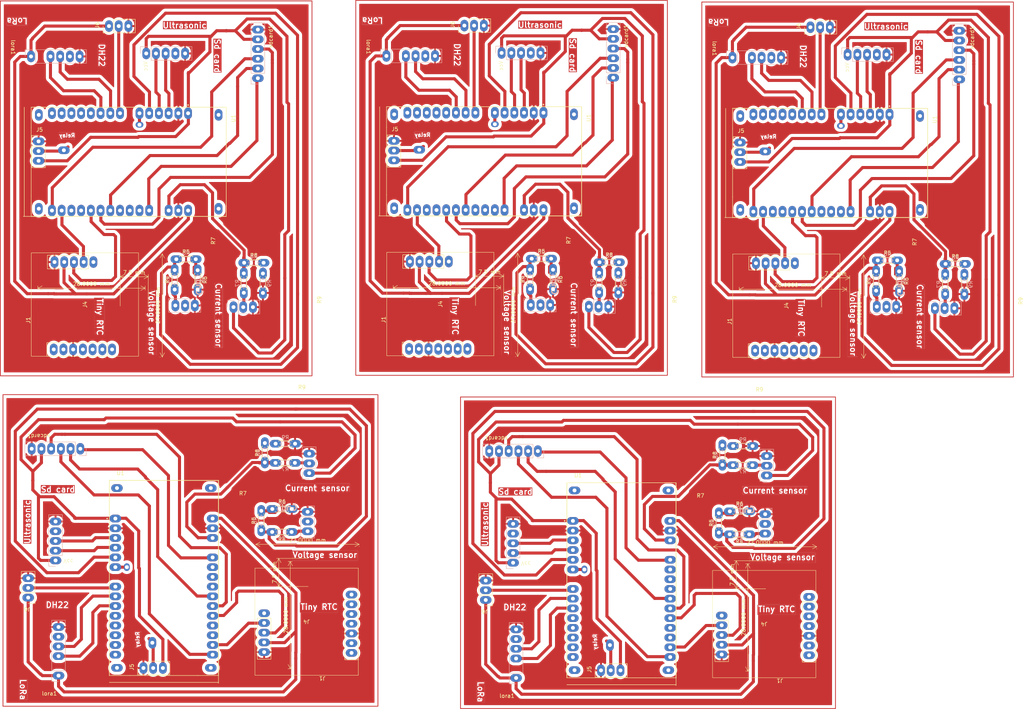
<source format=kicad_pcb>
(kicad_pcb (version 20240108) (generator "pcbnew") (generator_version "8.0")
  (layers (0 "F.Cu" signal) (31 "B.Cu" signal) (34 "B.Paste" user) (35 "F.Paste" user) (36 "B.SilkS" user "B.Silkscreen") (37 "F.SilkS" user "F.Silkscreen") (38 "B.Mask" user) (39 "F.Mask" user) (44 "Edge.Cuts" user))
  (net 0 "")
  (net 1 "GND")
  (net 2 "Net-(J2-vcc)")
  (net 3 "Net-(J2-Echo)")
  (net 4 "Net-(J2-Trig)")
  (net 6 "Net-(J6-vcc)")
  (net 7 "Net-(U1-D33)")
  (net 8 "Net-(U1-D32)")
  (net 9 "Net-(U1-D23)")
  (net 10 "Net-(U1-D19)")
  (net 12 "Net-(J3-OUT)")
  (net 14 "Net-(J4-S)")
  (net 15 "Net-(J6-out)")
  (net 17 "Net-(U1-D21)")
  (net 18 "Net-(U1-D22)")
  (net 20 "Net-(J5-OUT)")
  (net 23 "Net-(U1-D4)")
  (net 26 "Net-(U1-D18)")
  (net 28 "Net-(U1-D14)")
  (net 29 "Net-(R5-Pad2)")
  (net 30 "Net-(U1-D15)")
  (net 31 "Net-(R8-Pad2)")
  (footprint "PCM_SL_Connectors:PinHeader_1x03_P2.54mm_Vertical" (layer "F.Cu") (at 20.89 47.393)
    (property "Reference" "J5")
    (property "Value" "Relay")
  )
  (footprint "PCM_SL_Connectors:PinHeader_1x03_P2.54mm_Vertical" (layer "F.Cu") (at 18.168 166.564 180)
    (property "Reference" "J6")
    (property "Value" "dh22")
  )
  (footprint "PCM_SL_Connectors:PinHeader_1x03_P2.54mm_Vertical" (layer "F.Cu") (at 137.668 167.174 180)
    (property "Reference" "J6")
    (property "Value" "dh22")
  )
  (footprint "PCM_Resistor_THT_AKL_Double:R_Axial_DIN0204_L3.6mm_D1.6mm_P5.08mm_Horizontal" (layer "F.Cu") (at 86.97 149.41 180)
    (property "Reference" "R4")
    (property "Value" "1k" (hide yes))
  )
  (footprint "rtc:RTC FOOTPRINT" (layer "F.Cu") (at 214.378 117.039 90)
    (property "Reference" "J1")
    (property "Value" "TINY I2C" (hide yes))
  )
  (footprint "PCM_Resistor_THT_AKL_Double:R_Axial_DIN0204_L3.6mm_D1.6mm_P5.08mm_Horizontal" (layer "F.Cu") (at 202.29 126.97)
    (property "Reference" "R9")
    (property "Value" "1k" (hide yes))
  )
  (footprint "" (layer "F.Cu") (at 47.24 43.05)
    (property "Reference" "")
    (property "Value" "")
  )
  (footprint "" (layer "F.Cu") (at 140.055 42.92)
    (property "Reference" "")
    (property "Value" "")
  )
  (footprint "kikicad:wrooom type b" (layer "F.Cu") (at 173.14 162.03)
    (property "Reference" "U1")
    (property "Value" "ESP32-WROOM")
  )
  (footprint "" (layer "F.Cu") (at 27.49 49.72)
    (property "Reference" "")
    (property "Value" "")
  )
  (footprint "PCM_Resistor_THT_AKL_Double:R_Axial_DIN0204_L3.6mm_D1.6mm_P5.08mm_Horizontal" (layer "F.Cu") (at 74.57 79.1)
    (property "Reference" "R8")
    (property "Value" "1k" (hide yes))
  )
  (footprint "PCM_SL_Connectors:PinHeader_1x03_P2.54mm_Vertical" (layer "F.Cu") (at 39.276 17.288 90)
    (property "Reference" "J6")
    (property "Value" "dh22")
  )
  (footprint "" (layer "F.Cu") (at 120.305 49.59)
    (property "Reference" "")
    (property "Value" "")
  )
  (footprint "" (layer "F.Cu") (at 43.93 158.6 90)
    (property "Reference" "")
    (property "Value" "")
  )
  (footprint "kikicad:wrooom type b" (layer "F.Cu") (at 53.64 161.42)
    (property "Reference" "U1")
    (property "Value" "ESP32-WROOM")
  )
  (footprint "PCM_SL_Connectors:PinHeader_1x03_P2.54mm_Vertical" (layer "F.Cu") (at 204.08 47.693)
    (property "Reference" "J5")
    (property "Value" "Relay")
  )
  (footprint "" (layer "F.Cu") (at 170.1 178.96 90)
    (property "Reference" "")
    (property "Value" "")
  )
  (footprint "PCM_Resistor_THT_AKL_Double:R_Axial_DIN0204_L3.6mm_D1.6mm_P5.08mm_Horizontal" (layer "F.Cu") (at 239.62 86.39 90)
    (property "Reference" "R4")
    (property "Value" "1k" (hide yes))
  )
  (footprint "PCM_Resistor_THT_AKL_Double:R_Axial_DIN0204_L3.6mm_D1.6mm_P5.08mm_Horizontal" (layer "F.Cu") (at 74.48 86.95 90)
    (property "Reference" "R7")
    (property "Value" "1k" (hide yes))
  )
  (footprint "PCM_Resistor_THT_AKL_Double:R_Axial_DIN0204_L3.6mm_D1.6mm_P5.08mm_Horizontal" (layer "F.Cu") (at 199.48 131.88 90)
    (property "Reference" "R8")
    (property "Value" "1k" (hide yes))
  )
  (footprint "" (layer "F.Cu") (at 210.68 50.02)
    (property "Reference" "")
    (property "Value" "")
  )
  (footprint "kikicad:wrooom type b" (layer "F.Cu") (at 137.235 52.63 -90)
    (property "Reference" "U1")
    (property "Value" "ESP32-WROOM")
  )
  (footprint "PCM_Resistor_THT_AKL_Double:R_Axial_DIN0204_L3.6mm_D1.6mm_P5.08mm_Horizontal" (layer "F.Cu") (at 56.86 78.17)
    (property "Reference" "R5")
    (property "Value" "1k" (hide yes))
  )
  (footprint "rtc:RTC FOOTPRINT" (layer "F.Cu") (at 31.188 116.739 90)
    (property "Reference" "J1")
    (property "Value" "TINY I2C" (hide yes))
  )
  (footprint "PCM_Resistor_THT_AKL_Double:R_Axial_DIN0204_L3.6mm_D1.6mm_P5.08mm_Horizontal" (layer "F.Cu") (at 245.62 81.35 -90)
    (property "Reference" "R6")
    (property "Value" "1k" (hide yes))
  )
  (footprint "PCM_Resistor_THT_AKL_Double:R_Axial_DIN0204_L3.6mm_D1.6mm_P5.08mm_Horizontal" (layer "F.Cu") (at 56.43 86.09 90)
    (property "Reference" "R4")
    (property "Value" "1k" (hide yes))
  )
  (footprint "PCM_SL_Connectors:PinHeader_1x03_P2.54mm_Vertical" (layer "F.Cu") (at 132.091 17.158 90)
    (property "Reference" "J6")
    (property "Value" "dh22")
  )
  (footprint "PCM_Resistor_THT_AKL_Double:R_Axial_DIN0204_L3.6mm_D1.6mm_P5.08mm_Horizontal" (layer "F.Cu") (at 207.33 131.97 180)
    (property "Reference" "R7")
    (property "Value" "1k" (hide yes))
  )
  (footprint "PCM_Resistor_THT_AKL_Double:R_Axial_DIN0204_L3.6mm_D1.6mm_P5.08mm_Horizontal" (layer "F.Cu") (at 81.93 143.41)
    (property "Reference" "R6")
    (property "Value" "1k" (hide yes))
  )
  (footprint "PCM_Resistor_THT_AKL_Double:R_Axial_DIN0204_L3.6mm_D1.6mm_P5.08mm_Horizontal" (layer "F.Cu") (at 87.83 131.36 180)
    (property "Reference" "R7")
    (property "Value" "1k" (hide yes))
  )
  (footprint "PCM_SL_Connectors:PinHeader_1x03_P2.54mm_Vertical" (layer "F.Cu") (at 222.466 17.588 90)
    (property "Reference" "J6")
    (property "Value" "dh22")
  )
  (footprint "PCM_Resistor_THT_AKL_Double:R_Axial_DIN0204_L3.6mm_D1.6mm_P5.08mm_Horizontal" (layer "F.Cu") (at 167.385 78.97)
    (property "Reference" "R8")
    (property "Value" "1k" (hide yes))
  )
  (footprint "rtc:RTC FOOTPRINT" (layer "F.Cu") (at 124.003 116.609 90)
    (property "Reference" "J1")
    (property "Value" "TINY I2C" (hide yes))
  )
  (footprint "PCM_Resistor_THT_AKL_Double:R_Axial_DIN0204_L3.6mm_D1.6mm_P5.08mm_Horizontal" (layer "F.Cu") (at 79.05 148.98 90)
    (property "Reference" "R5")
    (property "Value" "1k" (hide yes))
  )
  (footprint "rtc:RTC FOOTPRINT" (layer "F.Cu") (at 237.119 175.262 180)
    (property "Reference" "J1")
    (property "Value" "TINY I2C" (hide yes))
  )
  (footprint "kikicad:wrooom type b" (layer "F.Cu") (at 227.61 53.06 -90)
    (property "Reference" "U1")
    (property "Value" "ESP32-WROOM")
  )
  (footprint "PCM_SL_Connectors:PinHeader_1x03_P2.54mm_Vertical" (layer "F.Cu") (at 167.773 185.56 90)
    (property "Reference" "J5")
    (property "Value" "Relay")
  )
  (footprint "PCM_Resistor_THT_AKL_Double:R_Axial_DIN0204_L3.6mm_D1.6mm_P5.08mm_Horizontal" (layer "F.Cu") (at 172.295 81.78 -90)
    (property "Reference" "R9")
    (property "Value" "1k" (hide yes))
  )
  (footprint "PCM_Resistor_THT_AKL_Double:R_Axial_DIN0204_L3.6mm_D1.6mm_P5.08mm_Horizontal" (layer "F.Cu") (at 257.67 87.25 90)
    (property "Reference" "R7")
    (property "Value" "1k" (hide yes))
  )
  (footprint "PCM_Resistor_THT_AKL_Double:R_Axial_DIN0204_L3.6mm_D1.6mm_P5.08mm_Horizontal" (layer "F.Cu") (at 240.05 78.47)
    (property "Reference" "R5")
    (property "Value" "1k" (hide yes))
  )
  (footprint "PCM_Resistor_THT_AKL_Double:R_Axial_DIN0204_L3.6mm_D1.6mm_P5.08mm_Horizontal" (layer "F.Cu") (at 149.675 78.04)
    (property "Reference" "R5")
    (property "Value" "1k" (hide yes))
  )
  (footprint "" (layer "F.Cu") (at 163.43 159.21 90)
    (property "Reference" "")
    (property "Value" "")
  )
  (footprint "PCM_Resistor_THT_AKL_Double:R_Axial_DIN0204_L3.6mm_D1.6mm_P5.08mm_Horizontal" (layer "F.Cu") (at 82.79 126.36)
    (property "Reference" "R9")
    (property "Value" "1k" (hide yes))
  )
  (footprint "rtc:RTC FOOTPRINT" (layer "F.Cu") (at 117.619 174.652 180)
    (property "Reference" "J1")
    (property "Value" "TINY I2C" (hide yes))
  )
  (footprint "PCM_Resistor_THT_AKL_Double:R_Axial_DIN0204_L3.6mm_D1.6mm_P5.08mm_Horizontal" (layer "F.Cu") (at 79.98 131.27 90)
    (property "Reference" "R8")
    (property "Value" "1k" (hide yes))
  )
  (footprint "" (layer "F.Cu") (at 230.43 43.35)
    (property "Reference" "")
    (property "Value" "")
  )
  (footprint "PCM_Resistor_THT_AKL_Double:R_Axial_DIN0204_L3.6mm_D1.6mm_P5.08mm_Horizontal" (layer "F.Cu") (at 62.43 81.05 -90)
    (property "Reference" "R6")
    (property "Value" "1k" (hide yes))
  )
  (footprint "PCM_Resistor_THT_AKL_Double:R_Axial_DIN0204_L3.6mm_D1.6mm_P5.08mm_Horizontal" (layer "F.Cu") (at 79.48 81.91 -90)
    (property "Reference" "R9")
    (property "Value" "1k" (hide yes))
  )
  (footprint "PCM_Resistor_THT_AKL_Double:R_Axial_DIN0204_L3.6mm_D1.6mm_P5.08mm_Horizontal" (layer "F.Cu") (at 201.43 144.02)
    (property "Reference" "R6")
    (property "Value" "1k" (hide yes))
  )
  (footprint "" (layer "F.Cu") (at 50.6 178.35 90)
    (property "Reference" "")
    (property "Value" "")
  )
  (footprint "PCM_Resistor_THT_AKL_Double:R_Axial_DIN0204_L3.6mm_D1.6mm_P5.08mm_Horizontal" (layer "F.Cu") (at 262.67 82.21 -90)
    (property "Reference" "R9")
    (property "Value" "1k" (hide yes))
  )
  (footprint "PCM_Resistor_THT_AKL_Double:R_Axial_DIN0204_L3.6mm_D1.6mm_P5.08mm_Horizontal" (layer "F.Cu") (at 257.76 79.4)
    (property "Reference" "R8")
    (property "Value" "1k" (hide yes))
  )
  (footprint "PCM_Resistor_THT_AKL_Double:R_Axial_DIN0204_L3.6mm_D1.6mm_P5.08mm_Horizontal" (layer "F.Cu") (at 149.245 85.96 90)
    (property "Reference" "R4")
    (property "Value" "1k" (hide yes))
  )
  (footprint "PCM_Resistor_THT_AKL_Double:R_Axial_DIN0204_L3.6mm_D1.6mm_P5.08mm_Horizontal" (layer "F.Cu") (at 167.295 86.82 90)
    (property "Reference" "R7")
    (property "Value" "1k" (hide yes))
  )
  (footprint "PCM_SL_Connectors:PinHeader_1x03_P2.54mm_Vertical" (layer "F.Cu") (at 113.705 47.263)
    (property "Reference" "J5")
    (property "Value" "Relay")
  )
  (footprint "PCM_Resistor_THT_AKL_Double:R_Axial_DIN0204_L3.6mm_D1.6mm_P5.08mm_Horizontal" (layer "F.Cu") (at 198.55 149.59 90)
    (property "Reference" "R5")
    (property "Value" "1k" (hide yes))
  )
  (footprint "PCM_SL_Connectors:PinHeader_1x03_P2.54mm_Vertical" (layer "F.Cu") (at 48.273 184.95 90)
    (property "Reference" "J5")
    (property "Value" "Relay")
  )
  (footprint "PCM_Resistor_THT_AKL_Double:R_Axial_DIN0204_L3.6mm_D1.6mm_P5.08mm_Horizontal" (layer "F.Cu") (at 155.245 80.92 -90)
    (property "Reference" "R6")
    (property "Value" "1k" (hide yes))
  )
  (footprint "PCM_Resistor_THT_AKL_Double:R_Axial_DIN0204_L3.6mm_D1.6mm_P5.08mm_Horizontal" (layer "F.Cu") (at 206.47 150.02 180)
    (property "Reference" "R4")
    (property "Value" "1k" (hide yes))
  )
  (footprint "kikicad:wrooom type b" (layer "F.Cu") (at 44.42 52.76 -90)
    (property "Reference" "U1")
    (property "Value" "ESP32-WROOM")
  )
  (footprint "PCM_SL_Connectors:PinHeader_1x06_P2.54mm_Vertical" (layer "B.Cu") (at 26.099 186.931)
    (property "Reference" "lora1")
    (property "Value" "LORA MODULE PIN")
  )
  (footprint "PCM_SL_Connectors:PinHeader_1x03_P2.54mm_Vertical" (layer "B.Cu") (at 164.607472 90.556528 -90)
    (property "Reference" "J3" (hide yes))
    (property "Value" "Current sensor" (hide yes))
  )
  (footprint "PCM_SL_Connectors:PinHeader_1x06_P2.54mm_Vertical" (layer "B.Cu") (at 151.287 128.29 90)
    (property "Reference" "sdcard1")
    (property "Value" "SD card module")
  )
  (footprint "PCM_SL_Connectors:PinHeader_1x03_P2.54mm_Vertical" (layer "B.Cu") (at 211.066528 134.657528)
    (property "Reference" "J3" (hide yes))
    (property "Value" "Current sensor" (hide yes))
  )
  (footprint "PCM_SL_Connectors:PinHeader_1x06_P2.54mm_Vertical" (layer "B.Cu") (at 261.35 31.207)
    (property "Reference" "sdcard1")
    (property "Value" "SD card module")
  )
  (footprint "PCM_SL_Connectors:PinHeader_1x05_P2.54mm_Vertical" (layer "B.Cu") (at 48.998 24.439 -90)
    (property "Reference" "J2" (hide yes))
    (property "Value" "ULTRASONIC" (hide yes))
  )
  (footprint "PCM_SL_Connectors:PinHeader_1x06_P2.54mm_Vertical" (layer "B.Cu") (at 145.599 187.541)
    (property "Reference" "lora1")
    (property "Value" "LORA MODULE PIN")
  )
  (footprint "PCM_SL_Connectors:PinHeader_1x03_P2.54mm_Vertical" (layer "B.Cu") (at 154.505 90.14 90)
    (property "Reference" "J4")
    (property "Value" "Voltage sensor")
  )
  (footprint "PCM_SL_Connectors:PinHeader_1x05_P2.54mm_Vertical" (layer "B.Cu") (at 25.319 156.842)
    (property "Reference" "J2" (hide yes))
    (property "Value" "ULTRASONIC" (hide yes))
  )
  (footprint "PCM_SL_Connectors:PinHeader_1x06_P2.54mm_Vertical" (layer "B.Cu") (at 202.099 25.519 -90)
    (property "Reference" "lora1")
    (property "Value" "LORA MODULE PIN")
  )
  (footprint "PCM_SL_Connectors:PinHeader_1x03_P2.54mm_Vertical" (layer "B.Cu") (at 91.15 144.15 180)
    (property "Reference" "J4")
    (property "Value" "Voltage sensor")
  )
  (footprint "PCM_SL_Connectors:PinHeader_1x03_P2.54mm_Vertical" (layer "B.Cu") (at 244.88 90.57 90)
    (property "Reference" "J4")
    (property "Value" "Voltage sensor")
  )
  (footprint "PCM_SL_Connectors:PinHeader_1x05_P2.54mm_Vertical" (layer "B.Cu") (at 141.813 24.309 -90)
    (property "Reference" "J2" (hide yes))
    (property "Value" "ULTRASONIC" (hide yes))
  )
  (footprint "PCM_SL_Connectors:PinHeader_1x06_P2.54mm_Vertical" (layer "B.Cu") (at 111.724 25.089 -90)
    (property "Reference" "lora1")
    (property "Value" "LORA MODULE PIN")
  )
  (footprint "PCM_SL_Connectors:PinHeader_1x05_P2.54mm_Vertical" (layer "B.Cu") (at 232.188 24.739 -90)
    (property "Reference" "J2" (hide yes))
    (property "Value" "ULTRASONIC" (hide yes))
  )
  (footprint "PCM_SL_Connectors:PinHeader_1x06_P2.54mm_Vertical" (layer "B.Cu") (at 31.787 127.68 90)
    (property "Reference" "sdcard1")
    (property "Value" "SD card module")
  )
  (footprint "PCM_SL_Connectors:PinHeader_1x05_P2.54mm_Vertical" (layer "B.Cu") (at 144.819 157.452)
    (property "Reference" "J2" (hide yes))
    (property "Value" "ULTRASONIC" (hide yes))
  )
  (footprint "PCM_SL_Connectors:PinHeader_1x06_P2.54mm_Vertical" (layer "B.Cu") (at 78.16 30.907)
    (property "Reference" "sdcard1")
    (property "Value" "SD card module")
  )
  (footprint "PCM_SL_Connectors:PinHeader_1x06_P2.54mm_Vertical" (layer "B.Cu") (at 170.975 30.777)
    (property "Reference" "sdcard1")
    (property "Value" "SD card module")
  )
  (footprint "PCM_SL_Connectors:PinHeader_1x03_P2.54mm_Vertical" (layer "B.Cu") (at 91.566528 134.047528)
    (property "Reference" "J3" (hide yes))
    (property "Value" "Current sensor" (hide yes))
  )
  (footprint "PCM_SL_Connectors:PinHeader_1x03_P2.54mm_Vertical" (layer "B.Cu") (at 71.792472 90.686528 -90)
    (property "Reference" "J3" (hide yes))
    (property "Value" "Current sensor" (hide yes))
  )
  (footprint "PCM_SL_Connectors:PinHeader_1x06_P2.54mm_Vertical" (layer "B.Cu") (at 18.909 25.219 -90)
    (property "Reference" "lora1")
    (property "Value" "LORA MODULE PIN")
  )
  (footprint "PCM_SL_Connectors:PinHeader_1x03_P2.54mm_Vertical" (layer "B.Cu") (at 210.65 144.76 180)
    (property "Reference" "J4")
    (property "Value" "Voltage sensor")
  )
  (footprint "PCM_SL_Connectors:PinHeader_1x03_P2.54mm_Vertical" (layer "B.Cu") (at 254.982472 90.986528 -90)
    (property "Reference" "J3" (hide yes))
    (property "Value" "Current sensor" (hide yes))
  )
  (footprint "PCM_SL_Connectors:PinHeader_1x03_P2.54mm_Vertical" (layer "B.Cu") (at 61.69 90.27 90)
    (property "Reference" "J4")
    (property "Value" "Voltage sensor")
  )
  (gr_rect (start 103.725 10.579) (end 185.105 108.499) (stroke (width 0.2)) (fill none) (layer "F.Cu") (net 17))
  (gr_rect (start 10.91 10.709) (end 92.29 108.629) (stroke (width 0.2)) (fill none) (layer "F.Cu") (net 17))
  (gr_rect (start 194.1 11.009) (end 275.48 108.929) (stroke (width 0.2)) (fill none) (layer "F.Cu") (net 17))
  (gr_rect (start 131.089 114.16) (end 229.009 195.54) (stroke (width 0.2)) (fill none) (layer "F.Cu") (net 17))
  (gr_rect (start 11.589 113.55) (end 109.509 194.93) (stroke (width 0.2)) (fill none) (layer "F.Cu") (net 17))
  (gr_text "Relay" (at 213.71 46.73 0) (layer "F.Cu" knockout) (effects (font (size 1 1) (thickness 0.25) (bold yes)) (justify left bottom mirror)))
  (gr_text "Relay" (at 166.81 175.93 90) (layer "F.Cu" knockout) (effects (font (size 1 1) (thickness 0.25) (bold yes)) (justify left bottom mirror)))
  (gr_text "Voltage sensor\n" (at 87.06 156.28 0) (layer "F.Cu" knockout) (effects (font (size 1.5 1.5) (thickness 0.3) (bold yes)) (justify left bottom)))
  (gr_text "LoRa\n" (at 110.993 14.929 180) (layer "F.Cu" knockout) (effects (font (size 1.5 1.5) (thickness 0.3) (bold yes)) (justify left bottom)))
  (gr_text "Voltage sensor\n" (at 142.375 86.05 -90) (layer "F.Cu" knockout) (effects (font (size 1.5 1.5) (thickness 0.3) (bold yes)) (justify left bottom)))
  (gr_text "LoRa\n" (at 18.178 15.059 180) (layer "F.Cu" knockout) (effects (font (size 1.5 1.5) (thickness 0.3) (bold yes)) (justify left bottom)))
  (gr_text "Ultrasonic " (at 236.318 18.289 0) (layer "F.Cu" knockout) (effects (font (size 1.5 1.5) (thickness 0.3) (bold yes)) (justify left bottom)))
  (gr_text "Tiny RTC\n" (at 219.178 88.529 270) (layer "F.Cu" knockout) (effects (font (size 1.5 1.5) (thickness 0.3) (bold yes)) (justify left bottom)))
  (gr_text "DH22\n" (at 142.109 169.962 0) (layer "F.Cu" knockout) (effects (font (size 1.5 1.5) (thickness 0.3) (bold yes)) (justify left bottom)))
  (gr_text "Voltage sensor\n" (at 49.56 86.18 -90) (layer "F.Cu" knockout) (effects (font (size 1.5 1.5) (thickness 0.3) (bold yes)) (justify left bottom)))
  (gr_text "DH22\n" (at 129.303 21.599 270) (layer "F.Cu" knockout) (effects (font (size 1.5 1.5) (thickness 0.3) (bold yes)) (justify left bottom)))
  (gr_text "Ultrasonic " (at 18.869 152.712 90) (layer "F.Cu" knockout) (effects (font (size 1.5 1.5) (thickness 0.3) (bold yes)) (justify left bottom)))
  (gr_text "Ultrasonic " (at 53.128 17.989 0) (layer "F.Cu" knockout) (effects (font (size 1.5 1.5) (thickness 0.3) (bold yes)) (justify left bottom)))
  (gr_text "Current sensor" (at 66.988 84.229 -90) (layer "F.Cu" knockout) (effects (font (size 1.5 1.5) (thickness 0.3) (bold yes)) (justify left bottom)))
  (gr_text "DH22\n" (at 36.488 21.729 270) (layer "F.Cu" knockout) (effects (font (size 1.5 1.5) (thickness 0.3) (bold yes)) (justify left bottom)))
  (gr_text "LoRa\n" (at 201.368 15.359 180) (layer "F.Cu" knockout) (effects (font (size 1.5 1.5) (thickness 0.3) (bold yes)) (justify left bottom)))
  (gr_text "Tiny RTC\n" (at 35.988 88.229 270) (layer "F.Cu" knockout) (effects (font (size 1.5 1.5) (thickness 0.3) (bold yes)) (justify left bottom)))
  (gr_text "Tiny RTC\n" (at 208.609 170.462 0) (layer "F.Cu" knockout) (effects (font (size 1.5 1.5) (thickness 0.3) (bold yes)) (justify left bottom)))
  (gr_text "LoRa\n" (at 15.939 187.662 -90) (layer "F.Cu" knockout) (effects (font (size 1.5 1.5) (thickness 0.3) (bold yes)) (justify left bottom)))
  (gr_text "DH22\n" (at 219.678 22.029 270) (layer "F.Cu" knockout) (effects (font (size 1.5 1.5) (thickness 0.3) (bold yes)) (justify left bottom)))
  (gr_text "Tiny RTC\n" (at 128.803 88.099 270) (layer "F.Cu" knockout) (effects (font (size 1.5 1.5) (thickness 0.3) (bold yes)) (justify left bottom)))
  (gr_text "Current sensor" (at 159.803 84.099 -90) (layer "F.Cu" knockout) (effects (font (size 1.5 1.5) (thickness 0.3) (bold yes)) (justify left bottom)))
  (gr_text "Current sensor" (at 250.178 84.529 -90) (layer "F.Cu" knockout) (effects (font (size 1.5 1.5) (thickness 0.3) (bold yes)) (justify left bottom)))
  (gr_text "Current sensor" (at 85.109 138.852 0) (layer "F.Cu" knockout) (effects (font (size 1.5 1.5) (thickness 0.3) (bold yes)) (justify left bottom)))
  (gr_text "Relay" (at 30.52 46.43 0) (layer "F.Cu" knockout) (effects (font (size 1 1) (thickness 0.25) (bold yes)) (justify left bottom mirror)))
  (gr_text "Voltage sensor\n" (at 206.56 156.89 0) (layer "F.Cu" knockout) (effects (font (size 1.5 1.5) (thickness 0.3) (bold yes)) (justify left bottom)))
  (gr_text "Relay" (at 123.335 46.3 0) (layer "F.Cu" knockout) (effects (font (size 1 1) (thickness 0.25) (bold yes)) (justify left bottom mirror)))
  (gr_text "Ultrasonic " (at 145.943 17.859 0) (layer "F.Cu" knockout) (effects (font (size 1.5 1.5) (thickness 0.3) (bold yes)) (justify left bottom)))
  (gr_text "Sd card\n" (at 66.66 20.43 270) (layer "F.Cu" knockout) (effects (font (size 1.5 1.5) (thickness 0.3) (bold yes)) (justify left bottom)))
  (gr_text "Current sensor" (at 204.609 139.462 0) (layer "F.Cu" knockout) (effects (font (size 1.5 1.5) (thickness 0.3) (bold yes)) (justify left bottom)))
  (gr_text "Sd card\n" (at 249.85 20.73 270) (layer "F.Cu" knockout) (effects (font (size 1.5 1.5) (thickness 0.3) (bold yes)) (justify left bottom)))
  (gr_text "Sd card\n" (at 159.475 20.3 270) (layer "F.Cu" knockout) (effects (font (size 1.5 1.5) (thickness 0.3) (bold yes)) (justify left bottom)))
  (gr_text "Voltage sensor\n" (at 232.75 86.48 -90) (layer "F.Cu" knockout) (effects (font (size 1.5 1.5) (thickness 0.3) (bold yes)) (justify left bottom)))
  (gr_text "Ultrasonic " (at 138.369 153.322 90) (layer "F.Cu" knockout) (effects (font (size 1.5 1.5) (thickness 0.3) (bold yes)) (justify left bottom)))
  (gr_text "Sd card\n" (at 140.81 139.79 0) (layer "F.Cu" knockout) (effects (font (size 1.5 1.5) (thickness 0.3) (bold yes)) (justify left bottom)))
  (gr_text "Relay" (at 47.31 175.32 90) (layer "F.Cu" knockout) (effects (font (size 1 1) (thickness 0.25) (bold yes)) (justify left bottom mirror)))
  (gr_text "Tiny RTC\n" (at 89.109 169.852 0) (layer "F.Cu" knockout) (effects (font (size 1.5 1.5) (thickness 0.3) (bold yes)) (justify left bottom)))
  (gr_text "Sd card\n" (at 21.31 139.18 0) (layer "F.Cu" knockout) (effects (font (size 1.5 1.5) (thickness 0.3) (bold yes)) (justify left bottom)))
  (gr_text "DH22\n" (at 22.609 169.352 0) (layer "F.Cu" knockout) (effects (font (size 1.5 1.5) (thickness 0.3) (bold yes)) (justify left bottom)))
  (gr_text "LoRa\n" (at 135.439 188.272 -90) (layer "F.Cu" knockout) (effects (font (size 1.5 1.5) (thickness 0.3) (bold yes)) (justify left bottom)))
  (segment (start 139.845 46.06) (end 139.685 46.22) (width 0.8) (layer "F.Cu") (net 2))
  (segment (start 103.549 124.072) (end 103.549 127.502) (width 0.8) (layer "F.Cu") (net 2))
  (segment (start 47.07 46.15) (end 56.707 46.15) (width 0.8) (layer "F.Cu") (net 2))
  (segment (start 127.365 46.23) (end 127.305 46.23) (width 0.8) (layer "F.Cu") (net 2))
  (segment (start 219.629 121.262) (end 223.049 124.682) (width 0.8) (layer "F.Cu") (net 2))
  (segment (start 179.003 37.468) (end 178.574 37.039) (width 0.8) (layer "F.Cu") (net 2))
  (segment (start 268.378 83.416) (end 268.378 99.549) (width 0.8) (layer "F.Cu") (net 2))
  (segment (start 47.03 149.133) (end 43.729 145.832) (width 0.8) (layer "F.Cu") (net 2))
  (segment (start 178.574 37.039) (end 178.574 19.846286) (width 0.8) (layer "F.Cu") (net 2))
  (segment (start 178.003 99.119) (end 174.583 102.539) (width 0.8) (layer "F.Cu") (net 2))
  (segment (start 16.31 130.508357) (end 19.382643 133.581) (width 0.8) (layer "F.Cu") (net 2))
  (segment (start 178.574 37.039) (end 178.574 36.899) (width 0.8) (layer "F.Cu") (net 2))
  (segment (start 211.066528 134.657528) (end 216.503472 134.657528) (width 0.8) (layer "F.Cu") (net 2))
  (segment (start 158.447357 20.150286) (end 158.447357 23.925643) (width 0.8) (layer "F.Cu") (net 2))
  (segment (start 144.819 157.452) (end 140.939 157.452) (width 0.8) (layer "F.Cu") (net 2))
  (segment (start 74.503357 20.747) (end 78.16 20.747) (width 0.8) (layer "F.Cu") (net 2))
  (segment (start 166.53 159.38) (end 166.53 149.743) (width 0.8) (layer "F.Cu") (net 2))
  (segment (start 48.998 24.439) (end 48.998 20.559) (width 0.8) (layer "F.Cu") (net 2))
  (segment (start 71.596 119.652) (end 38.478 119.652) (width 0.8) (layer "F.Cu") (net 2))
  (segment (start 178.003 82.986) (end 178.003 99.119) (width 0.8) (layer "F.Cu") (net 2))
  (segment (start 139.885 46.02) (end 149.522 46.02) (width 0.8) (layer "F.Cu") (net 2))
  (segment (start 47.24 171.35) (end 53.353 177.463) (width 0.8) (layer "F.Cu") (net 2))
  (segment (start 65.940822 19.971822) (end 65.632357 20.280286) (width 0.8) (layer "F.Cu") (net 2))
  (segment (start 65.632357 24.055643) (end 60.008 29.68) (width 0.8) (layer "F.Cu") (net 2))
  (segment (start 165.074 18.372643) (end 162.725 18.372643) (width 0.8) (layer "F.Cu") (net 2))
  (segment (start 232.775178 20.271822) (end 249.130822 20.271822) (width 0.8) (layer "F.Cu") (net 2))
  (segment (start 43.729 145.832) (end 30.56 145.832) (width 0.8) (layer "F.Cu") (net 2))
  (segment (start 211.567 52.773) (end 204.08 52.773) (width 0.8) (layer "F.Cu") (net 2))
  (segment (start 162.725 18.372643) (end 160.225 18.372643) (width 0.8) (layer "F.Cu") (net 2))
  (segment (start 253.1 18.831) (end 253.1 18.802643) (width 0.8) (layer "F.Cu") (net 2))
  (segment (start 157.978 120.262) (end 157.549 120.691) (width 0.8) (layer "F.Cu") (net 2))
  (segment (start 127.375 46.22) (end 127.365 46.23) (width 0.8) (layer "F.Cu") (net 2))
  (segment (start 172.853 178.073) (end 172.853 185.56) (width 0.8) (layer "F.Cu") (net 2))
  (segment (start 268.378 99.549) (end 264.958 102.969) (width 0.8) (layer "F.Cu") (net 2))
  (segment (start 168.146643 15.3) (end 165.074 18.372643) (width 0.8) (layer "F.Cu") (net 2))
  (segment (start 269.378 37.898) (end 268.949 37.469) (width 0.8) (layer "F.Cu") (net 2))
  (segment (start 46.87 46.35) (end 34.56 46.35) (width 0.8) (layer "F.Cu") (net 2))
  (segment (start 165.074 18.372643) (end 167.318357 20.617) (width 0.8) (layer "F.Cu") (net 2))
  (segment (start 38.049 120.081) (end 20.856286 120.081) (width 0.8) (layer "F.Cu") (net 2))
  (segment (start 69.91 18.502643) (end 67.41 18.502643) (width 0.8) (layer "F.Cu") (net 2))
  (segment (start 157.549 120.691) (end 140.356286 120.691) (width 0.8) (layer "F.Cu") (net 2))
  (segment (start 67.41 18.502643) (end 65.940822 19.971822) (width 0.8) (layer "F.Cu") (net 2))
  (segment (start 140.351822 156.864822) (end 140.351822 140.509178) (width 0.8) (layer "F.Cu") (net 2))
  (segment (start 166.53 149.743) (end 163.229 146.442) (width 0.8) (layer "F.Cu") (net 2))
  (segment (start 77.1575 101.4885) (end 78.338 102.669) (width 0.8) (layer "F.Cu") (net 2))
  (segment (start 24.935643 140.207643) (end 30.56 145.832) (width 0.8) (layer "F.Cu") (net 2))
  (segment (start 19.382643 133.581) (end 19.382643 135.93) (width 0.8) (layer "F.Cu") (net 2))
  (segment (start 34.49 46.36) (end 28.377 52.473) (width 0.8) (layer "F.Cu") (net 2))
  (segment (start 260.3475 101.7885) (end 261.528 102.969) (width 0.8) (layer "F.Cu") (net 2))
  (segment (start 19.382643 138.43) (end 20.851822 139.899178) (width 0.8) (layer "F.Cu") (net 2))
  (segment (start 21.627 131.336643) (end 21.627 127.68) (width 0.8) (layer "F.Cu") (net 2))
  (segment (start 60.008 42.849) (end 60.008 29.68) (width 0.8) (layer "F.Cu") (net 2))
  (segment (start 75.331643 15.43) (end 72.259 18.502643) (width 0.8) (layer "F.Cu") (net 2))
  (segment (start 72.259 18.502643) (end 69.91 18.502643) (width 0.8) (layer "F.Cu") (net 2))
  (segment (start 152.823 42.719) (end 152.823 29.55) (width 0.8) (layer "F.Cu") (net 2))
  (segment (start 223.049 124.682) (end 223.049 128.112) (width 0.8) (layer "F.Cu") (net 2))
  (segment (start 232.188 24.739) (end 232.188 20.859) (width 0.8) (layer "F.Cu") (net 2))
  (segment (start 230.22 46.49) (end 230.26 46.45) (width 0.8) (layer "F.Cu") (net 2))
  (segment (start 16.31 124.627286) (end 16.31 130.508357) (width 0.8) (layer "F.Cu") (net 2))
  (segment (start 178.003 82.986) (end 178.003 71.586) (width 0.8) (layer "F.Cu") (net 2))
  (segment (start 47.23 171.28) (end 47.24 171.29) (width 0.8) (layer "F.Cu") (net 2))
  (segment (start 38.049 120.081) (end 37.909 120.081) (width 0.8) (layer "F.Cu") (net 2))
  (segment (start 47.03 46.19) (end 47.07 46.15) (width 0.8) (layer "F.Cu") (net 2))
  (segment (start 249.130822 20.271822) (end 248.822357 20.580286) (width 0.8) (layer "F.Cu") (net 2))
  (segment (start 268.378 83.416) (end 268.378 72.016) (width 0.8) (layer "F.Cu") (net 2))
  (segment (start 34.56 46.35) (end 34.55 46.36) (width 0.8) (layer "F.Cu") (net 2))
  (segment (start 81.768 102.669) (end 78.338 102.669) (width 0.8) (layer "F.Cu") (net 2))
  (segment (start 60.008 29.68) (end 60.008 29.418) (width 0.8) (layer "F.Cu") (net 2))
  (segment (start 28.377 52.473) (end 20.89 52.473) (width 0.8) (layer "F.Cu") (net 2))
  (segment (start 230.06 46.65) (end 217.75 46.65) (width 0.8) (layer "F.Cu") (net 2))
  (segment (start 253.1 18.802643) (end 250.6 18.802643) (width 0.8) (layer "F.Cu") (net 2))
  (segment (start 163.229 146.442) (end 150.06 146.442) (width 0.8) (layer "F.Cu") (net 2))
  (segment (start 217.68 46.66) (end 211.567 52.773) (width 0.8) (layer "F.Cu") (net 2))
  (segment (start 164.607472 95.993472) (end 169.9725 101.3585) (width 0.8) (layer "F.Cu") (net 2))
  (segment (start 47.07 158.81) (end 47.03 158.77) (width 0.8) (layer "F.Cu") (net 2))
  (segment (start 141.813 20.429) (end 142.400178 19.841822) (width 0.8) (layer "F.Cu") (net 2))
  (segment (start 138.882643 134.191) (end 138.882643 136.54) (width 0.8) (layer "F.Cu") (net 2))
  (segment (start 86.188 37.598) (end 85.759 37.169) (width 0.8) (layer "F.Cu") (net 2))
  (segment (start 160.225 18.372643) (end 158.755822 19.841822) (width 0.8) (layer "F.Cu") (net 2))
  (segment (start 76.875 101.206) (end 77.1575 101.4885) (width 0.8) (layer "F.Cu") (net 2))
  (segment (start 264.402714 15.73) (end 258.521643 15.73) (width 0.8) (layer "F.Cu") (net 2))
  (segment (start 53.353 177.463) (end 53.353 184.95) (width 0.8) (layer "F.Cu") (net 2))
  (segment (start 127.305 46.23) (end 121.192 52.343) (width 0.8) (layer "F.Cu") (net 2))
  (segment (start 71.792472 96.123472) (end 77.1575 101.4885) (width 0.8) (layer "F.Cu") (net 2))
  (segment (start 217.74 46.66) (end 217.68 46.66) (width 0.8) (layer "F.Cu") (net 2))
  (segment (start 85.188 99.249) (end 81.768 102.669) (width 0.8) (layer "F.Cu") (net 2))
  (segment (start 178.574 19.846286) (end 174.027714 15.3) (width 0.8) (layer "F.Cu") (net 2))
  (segment (start 158.755822 19.841822) (end 158.447357 20.150286) (width 0.8) (layer "F.Cu") (net 2))
  (segment (start 257.693357 21.047) (end 261.35 21.047) (width 0.8) (layer "F.Cu") (net 2))
  (segment (start 140.356286 120.691) (end 135.81 125.237286) (width 0.8) (layer "F.Cu") (net 2))
  (segment (start 166.57 159.42) (end 166.53 159.38) (width 0.8) (layer "F.Cu") (net 2))
  (segment (start 174.583 102.539) (end 171.153 102.539) (width 0.8) (layer "F.Cu") (net 2))
  (segment (start 191.096 120.262) (end 157.978 120.262) (width 0.8) (layer "F.Cu") (net 2))
  (segment (start 141.813 24.309) (end 141.813 20.429) (width 0.8) (layer "F.Cu") (net 2))
  (segment (start 192.096 121.262) (end 191.096 120.262) (width 0.8) (layer "F.Cu") (net 2))
  (segment (start 138.911 136.54) (end 138.882643 136.54) (width 0.8) (layer "F.Cu") (net 2))
  (segment (start 25.319 156.842) (end 21.439 156.842) (width 0.8) (layer "F.Cu") (net 2))
  (segment (start 85.759 19.976286) (end 81.212714 15.43) (width 0.8) (layer "F.Cu") (net 2))
  (segment (start 48.998 20.559) (end 49.585178 19.971822) (width 0.8) (layer "F.Cu") (net 2))
  (segment (start 268.378 72.016) (end 269.378 71.016) (width 0.8) (layer "F.Cu") (net 2))
  (segment (start 166.73 159.58) (end 166.73 171.89) (width 0.8) (layer "F.Cu") (net 2))
  (segment (start 85.188 83.116) (end 85.188 99.249) (width 0.8) (layer "F.Cu") (net 2))
  (segment (start 71.792472 90.686528) (end 71.792472 96.123472) (width 0.8) (layer "F.Cu") (net 2))
  (segment (start 85.188 83.116) (end 85.188 71.716) (width 0.8) (layer "F.Cu") (net 2))
  (segment (start 49.585178 19.971822) (end 65.940822 19.971822) (width 0.8) (layer "F.Cu") (net 2))
  (segment (start 232.188 20.859) (end 232.775178 20.271822) (width 0.8) (layer "F.Cu") (net 2))
  (segment (start 254.982472 90.986528) (end 254.982472 96.423472) (width 0.8) (layer "F.Cu") (net 2))
  (segment (start 166.73 171.89) (end 166.74 171.9) (width 0.8) (layer "F.Cu") (net 2))
  (segment (start 20.851822 139.899178) (end 21.160286 140.207643) (width 0.8) (layer "F.Cu") (net 2))
  (segment (start 167.318357 20.617) (end 170.975 20.617) (width 0.8) (layer "F.Cu") (net 2))
  (segment (start 21.439 156.842) (end 20.851822 156.254822) (width 0.8) (layer "F.Cu") (net 2))
  (segment (start 65.632357 20.280286) (end 65.632357 24.055643) (width 0.8) (layer "F.Cu") (net 2))
  (segment (start 216.503472 134.657528) (end 221.8685 129.2925) (width 0.8) (layer "F.Cu") (net 2))
  (segment (start 169.9725 101.3585) (end 171.153 102.539) (width 0.8) (layer "F.Cu") (net 2))
  (segment (start 149.522 46.02) (end 152.823 42.719) (width 0.8) (layer "F.Cu") (net 2))
  (segment (start 268.949 20.276286) (end 264.402714 15.73) (width 0.8) (layer "F.Cu") (net 2))
  (segment (start 91.566528 134.047528) (end 97.003472 134.047528) (width 0.8) (layer "F.Cu") (net 2))
  (segment (start 19.382643 135.93) (end 19.382643 138.43) (width 0.8) (layer "F.Cu") (net 2))
  (segment (start 97.003472 134.047528) (end 102.3685 128.6825) (width 0.8) (layer "F.Cu") (net 2))
  (segment (start 83.996 120.652) (end 100.129 120.652) (width 0.8) (layer "F.Cu") (net 2))
  (segment (start 150.06 146.442) (end 149.798 146.442) (width 0.8) (layer "F.Cu") (net 2))
  (segment (start 56.707 46.15) (end 60.008 42.849) (width 0.8) (layer "F.Cu") (net 2))
  (segment (start 254.982472 96.423472) (end 260.3475 101.7885) (width 0.8) (layer "F.Cu") (net 2))
  (segment (start 47.03 158.77) (end 47.03 149.133) (width 0.8) (layer "F.Cu") (net 2))
  (segment (start 164.607472 90.556528) (end 164.607472 95.993472) (width 0.8) (layer "F.Cu") (net 2))
  (segment (start 203.496 121.262) (end 192.096 121.262) (width 0.8) (layer "F.Cu") (net 2))
  (segment (start 174.027714 15.3) (end 168.146643 15.3) (width 0.8) (layer "F.Cu") (net 2))
  (segment (start 139.845 46.06) (end 139.885 46.02) (width 0.8) (layer "F.Cu") (net 2))
  (segment (start 21.160286 140.207643) (end 24.935643 140.207643) (width 0.8) (layer "F.Cu") (net 2))
  (segment (start 152.823 29.55) (end 152.823 29.288) (width 0.8) (layer "F.Cu") (net 2))
  (segment (start 255.449 18.802643) (end 257.693357 21.047) (width 0.8) (layer "F.Cu") (net 2))
  (segment (start 81.212714 15.43) (end 75.331643 15.43) (width 0.8) (layer "F.Cu") (net 2))
  (segment (start 85.759 37.169) (end 85.759 19.976286) (width 0.8) (layer "F.Cu") (net 2))
  (segment (start 121.192 52.343) (end 113.705 52.343) (width 0.8) (layer "F.Cu") (net 2))
  (segment (start 100.129 120.652) (end 103.549 124.072) (width 0.8) (layer "F.Cu") (net 2))
  (segment (start 47.07 158.81) (end 47.23 158.97) (width 0.8) (layer "F.Cu") (net 2))
  (segment (start 230.22 46.49) (end 230.06 46.65) (width 0.8) (layer "F.Cu") (net 2))
  (segment (start 47.24 171.29) (end 47.24 171.35) (width 0.8) (layer "F.Cu") (net 2))
  (segment (start 85.188 71.716) (end 86.188 70.716) (width 0.8) (layer "F.Cu") (net 2))
  (segment (start 140.660286 140.817643) (end 144.435643 140.817643) (width 0.8) (layer "F.Cu") (net 2))
  (segment (start 83.996 120.652) (end 72.596 120.652) (width 0.8) (layer "F.Cu") (net 2))
  (segment (start 166.74 171.96) (end 172.853 178.073) (width 0.8) (layer "F.Cu") (net 2))
  (segment (start 166.74 171.9) (end 166.74 171.96) (width 0.8) (layer "F.Cu") (net 2))
  (segment (start 144.435643 140.817643) (end 150.06 146.442) (width 0.8) (layer "F.Cu") (net 2))
  (segment (start 38.478 119.652) (end 38.049 120.081) (width 0.8) (layer "F.Cu") (net 2))
  (segment (start 138.882643 136.54) (end 138.882643 139.04) (width 0.8) (layer "F.Cu") (net 2))
  (segment (start 255.449 18.802643) (end 253.1 18.802643) (width 0.8) (layer "F.Cu") (net 2))
  (segment (start 230.26 46.45) (end 239.897 46.45) (width 0.8) (layer "F.Cu") (net 2))
  (segment (start 166.57 159.42) (end 166.73 159.58) (width 0.8) (layer "F.Cu") (net 2))
  (segment (start 179.003 70.586) (end 179.003 37.468) (width 0.8) (layer "F.Cu") (net 2))
  (segment (start 157.549 120.691) (end 157.409 120.691) (width 0.8) (layer "F.Cu") (net 2))
  (segment (start 30.56 145.832) (end 30.298 145.832) (width 0.8) (layer "F.Cu") (net 2))
  (segment (start 243.198 43.149) (end 243.198 29.98) (width 0.8) (layer "F.Cu") (net 2))
  (segment (start 69.91 18.531) (end 69.91 18.502643) (width 0.8) (layer "F.Cu") (net 2))
  (segment (start 258.521643 15.73) (end 255.449 18.802643) (width 0.8) (layer "F.Cu") (net 2))
  (segment (start 135.81 131.118357) (end 138.882643 134.191) (width 0.8) (layer "F.Cu") (net 2))
  (segment (start 178.003 71.586) (end 179.003 70.586) (width 0.8) (layer "F.Cu") (net 2))
  (segment (start 138.882643 134.191) (end 141.127 131.946643) (width 0.8) (layer "F.Cu") (net 2))
  (segment (start 102.3685 128.6825) (end 103.549 127.502) (width 0.8) (layer "F.Cu") (net 2))
  (segment (start 20.851822 156.254822) (end 20.851822 139.899178) (width 0.8) (layer "F.Cu") (net 2))
  (segment (start 135.81 125.237286) (end 135.81 131.118357) (width 0.8) (layer "F.Cu") (net 2))
  (segment (start 268.949 37.469) (end 268.949 37.329) (width 0.8) (layer "F.Cu") (net 2))
  (segment (start 162.725 18.401) (end 162.725 18.372643) (width 0.8) (layer "F.Cu") (net 2))
  (segment (start 217.75 46.65) (end 217.74 46.66) (width 0.8) (layer "F.Cu") (net 2))
  (segment (start 248.822357 24.355643) (end 243.198 29.98) (width 0.8) (layer "F.Cu") (net 2))
  (segment (start 140.939 157.452) (end 140.351822 156.864822) (width 0.8) (layer "F.Cu") (net 2))
  (segment (start 269.378 71.016) (end 269.378 37.898) (width 0.8) (layer "F.Cu") (net 2))
  (segment (start 47.23 158.97) (end 47.23 171.28) (width 0.8) (layer "F.Cu") (net 2))
  (segment (start 260.065 101.506) (end 260.3475 101.7885) (width 0.8) (layer "F.Cu") (net 2))
  (segment (start 140.351822 140.509178) (end 140.660286 140.817643) (width 0.8) (layer "F.Cu") (net 2))
  (segment (start 248.822357 20.580286) (end 248.822357 24.355643) (width 0.8) (layer "F.Cu") (net 2))
  (segment (start 47.03 46.19) (end 46.87 46.35) (width 0.8) (layer "F.Cu") (net 2))
  (segment (start 72.259 18.502643) (end 74.503357 20.747) (width 0.8) (layer "F.Cu") (net 2))
  (segment (start 268.949 37.469) (end 268.949 20.276286) (width 0.8) (layer "F.Cu") (net 2))
  (segment (start 169.69 101.076) (end 169.9725 101.3585) (width 0.8) (layer "F.Cu") (net 2))
  (segment (start 221.8685 129.2925) (end 223.049 128.112) (width 0.8) (layer "F.Cu") (net 2))
  (segment (start 19.411 135.93) (end 19.382643 135.93) (width 0.8) (layer "F.Cu") (net 2))
  (segment (start 264.958 102.969) (end 261.528 102.969) (width 0.8) (layer "F.Cu") (net 2))
  (segment (start 86.188 70.716) (end 86.188 37.598) (width 0.8) (layer "F.Cu") (net 2))
  (segment (start 34.55 46.36) (end 34.49 46.36) (width 0.8) (layer "F.Cu") (net 2))
  (segment (start 85.759 37.169) (end 85.759 37.029) (width 0.8) (layer "F.Cu") (net 2))
  (segment (start 158.447357 23.925643) (end 152.823 29.55) (width 0.8) (layer "F.Cu") (net 2))
  (segment (start 239.897 46.45) (end 243.198 43.149) (width 0.8) (layer "F.Cu") (net 2))
  (segment (start 250.6 18.802643) (end 249.130822 20.271822) (width 0.8) (layer "F.Cu") (net 2))
  (segment (start 102.086 128.965) (end 102.3685 128.6825) (width 0.8) (layer "F.Cu") (net 2))
  (segment (start 243.198 29.98) (end 243.198 29.718) (width 0.8) (layer "F.Cu") (net 2))
  (segment (start 142.400178 19.841822) (end 158.755822 19.841822) (width 0.8) (layer "F.Cu") (net 2))
  (segment (start 20.856286 120.081) (end 16.31 124.627286) (width 0.8) (layer "F.Cu") (net 2))
  (segment (start 139.685 46.22) (end 127.375 46.22) (width 0.8) (layer "F.Cu") (net 2))
  (segment (start 203.496 121.262) (end 219.629 121.262) (width 0.8) (layer "F.Cu") (net 2))
  (segment (start 221.586 129.575) (end 221.8685 129.2925) (width 0.8) (layer "F.Cu") (net 2))
  (segment (start 138.882643 139.04) (end 140.351822 140.509178) (width 0.8) (layer "F.Cu") (net 2))
  (segment (start 19.382643 133.581) (end 21.627 131.336643) (width 0.8) (layer "F.Cu") (net 2))
  (segment (start 72.596 120.652) (end 71.596 119.652) (width 0.8) (layer "F.Cu") (net 2))
  (segment (start 141.127 131.946643) (end 141.127 128.29) (width 0.8) (layer "F.Cu") (net 2))
  (segment (start 238.118 35.209) (end 238.118 39.899) (width 0.8) (layer "F.Cu") (net 3))
  (segment (start 146.893 33.929) (end 147.743 34.779) (width 0.8) (layer "F.Cu") (net 3))
  (segment (start 144.819 152.372) (end 154.439 152.372) (width 0.8) (layer "F.Cu") (net 3))
  (segment (start 54.078 24.439) (end 54.078 34.059) (width 0.8) (layer "F.Cu") (net 3))
  (segment (start 35.789 150.912) (end 40.479 150.912) (width 0.8) (layer "F.Cu") (net 3))
  (segment (start 237.268 34.359) (end 238.118 35.209) (width 0.8) (layer "F.Cu") (net 3))
  (segment (start 54.928 34.909) (end 54.928 39.599) (width 0.8) (layer "F.Cu") (net 3))
  (segment (start 54.078 34.059) (end 54.928 34.909) (width 0.8) (layer "F.Cu") (net 3))
  (segment (start 154.439 152.372) (end 155.289 151.522) (width 0.8) (layer "F.Cu") (net 3))
  (segment (start 237.268 24.739) (end 237.268 34.359) (width 0.8) (layer "F.Cu") (net 3))
  (segment (start 34.939 151.762) (end 35.789 150.912) (width 0.8) (layer "F.Cu") (net 3))
  (segment (start 155.289 151.522) (end 159.979 151.522) (width 0.8) (layer "F.Cu") (net 3))
  (segment (start 147.743 34.779) (end 147.743 39.469) (width 0.8) (layer "F.Cu") (net 3))
  (segment (start 146.893 24.309) (end 146.893 33.929) (width 0.8) (layer "F.Cu") (net 3))
  (segment (start 25.319 151.762) (end 34.939 151.762) (width 0.8) (layer "F.Cu") (net 3))
  (segment (start 51.538 34.529) (end 52.388 35.379) (width 0.8) (layer "F.Cu") (net 4))
  (segment (start 234.728 24.739) (end 234.728 34.829) (width 0.8) (layer "F.Cu") (net 4))
  (segment (start 144.819 154.912) (end 154.909 154.912) (width 0.8) (layer "F.Cu") (net 4))
  (segment (start 154.909 154.912) (end 155.759 154.062) (width 0.8) (layer "F.Cu") (net 4))
  (segment (start 235.578 35.679) (end 235.578 39.899) (width 0.8) (layer "F.Cu") (net 4))
  (segment (start 234.728 34.829) (end 235.578 35.679) (width 0.8) (layer "F.Cu") (net 4))
  (segment (start 51.538 24.439) (end 51.538 34.529) (width 0.8) (layer "F.Cu") (net 4))
  (segment (start 25.319 154.302) (end 35.409 154.302) (width 0.8) (layer "F.Cu") (net 4))
  (segment (start 52.388 35.379) (end 52.388 39.599) (width 0.8) (layer "F.Cu") (net 4))
  (segment (start 145.203 35.249) (end 145.203 39.469) (width 0.8) (layer "F.Cu") (net 4))
  (segment (start 144.353 24.309) (end 144.353 34.399) (width 0.8) (layer "F.Cu") (net 4))
  (segment (start 36.259 153.452) (end 40.479 153.452) (width 0.8) (layer "F.Cu") (net 4))
  (segment (start 144.353 34.399) (end 145.203 35.249) (width 0.8) (layer "F.Cu") (net 4))
  (segment (start 35.409 154.302) (end 36.259 153.452) (width 0.8) (layer "F.Cu") (net 4))
  (segment (start 155.759 154.062) (end 159.979 154.062) (width 0.8) (layer "F.Cu") (net 4))
  (segment (start 210.718 79.651) (end 210.718 84.569) (width 0.8) (layer "F.Cu") (net 6))
  (segment (start 123.303 87.099) (end 126.243 87.099) (width 0.8) (layer "F.Cu") (net 6))
  (segment (start 60.008 67.719) (end 42.538 85.189) (width 0.8) (layer "F.Cu") (net 6))
  (segment (start 17.91 87.18) (end 14.66 83.93) (width 0.8) (layer "F.Cu") (net 6))
  (segment (start 112.103 20.359) (end 112.103 20.479) (width 0.8) (layer "F.Cu") (net 6))
  (segment (start 201.1 87.48) (end 197.85 84.23) (width 0.8) (layer "F.Cu") (net 6))
  (segment (start 212.3895 87.529) (end 213.678 87.529) (width 0.8) (layer "F.Cu") (net 6))
  (segment (start 88.109 176.6405) (end 88.109 175.352) (width 0.8) (layer "F.Cu") (net 6))
  (segment (start 243.198 65.299) (end 243.198 68.019) (width 0.8) (layer "F.Cu") (net 6))
  (segment (start 30.488 87.229) (end 33.428 87.229) (width 0.8) (layer "F.Cu") (net 6))
  (segment (start 207.609 180.962) (end 207.609 177.2505) (width 0.8) (layer "F.Cu") (net 6))
  (segment (start 204.649 178.922) (end 207.609 175.962) (width 0.8) (layer "F.Cu") (net 6))
  (segment (start 18.909 20.988) (end 18.909 25.219) (width 0.8) (layer "F.Cu") (net 6))
  (segment (start 207.609 180.962) (end 207.609 181.462) (width 0.8) (layer "F.Cu") (net 6))
  (segment (start 14.66 26.68) (end 16.121 25.219) (width 0.8) (layer "F.Cu") (net 6))
  (segment (start 208.678 87.529) (end 208.178 87.529) (width 0.8) (layer "F.Cu") (net 6))
  (segment (start 21.369 186.552) (end 21.489 186.552) (width 0.8) (layer "F.Cu") (net 6))
  (segment (start 88.109 180.352) (end 88.109 180.852) (width 0.8) (layer "F.Cu") (net 6))
  (segment (start 88.109 180.852) (end 88.06 180.901) (width 0.8) (layer "F.Cu") (net 6))
  (segment (start 207.609 165.952) (end 205.569 163.912) (width 0.8) (layer "F.Cu") (net 6))
  (segment (start 126.243 87.099) (end 133.313 87.099) (width 0.8) (layer "F.Cu") (net 6))
  (segment (start 24.988 87.229) (end 24.939 87.18) (width 0.8) (layer "F.Cu") (net 6))
  (segment (start 207.609 177.2505) (end 207.609 175.962) (width 0.8) (layer "F.Cu") (net 6))
  (segment (start 27.56 191.18) (end 26.099 189.719) (width 0.8) (layer "F.Cu") (net 6))
  (segment (start 202.478 20.789) (end 202.478 20.909) (width 0.8) (layer "F.Cu") (net 6))
  (segment (start 197.85 26.98) (end 199.311 25.519) (width 0.8) (layer "F.Cu") (net 6))
  (segment (start 88.06 180.901) (end 88.06 182.43) (width 0.8) (layer "F.Cu") (net 6))
  (segment (start 205.679 17.588) (end 202.478 20.789) (width 0.8) (layer "F.Cu") (net 6))
  (segment (start 27.528 84.269) (end 30.488 87.229) (width 0.8) (layer "F.Cu") (net 6))
  (segment (start 107.475 83.8) (end 107.475 26.55) (width 0.8) (layer "F.Cu") (net 6))
  (segment (start 111.724 20.858) (end 111.724 25.089) (width 0.8) (layer "F.Cu") (net 6))
  (segment (start 33.428 87.229) (end 40.498 87.229) (width 0.8) (layer "F.Cu") (net 6))
  (segment (start 68.599 145.832) (end 86.069 163.302) (width 0.8) (layer "F.Cu") (net 6))
  (segment (start 210.718 84.569) (end 213.678 87.529) (width 0.8) (layer "F.Cu") (net 6))
  (segment (start 19.288 20.609) (end 18.909 20.988) (width 0.8) (layer "F.Cu") (net 6))
  (segment (start 18.168 166.564) (end 18.168 183.351) (width 0.8) (layer "F.Cu") (net 6))
  (segment (start 140.869 187.162) (end 140.989 187.162) (width 0.8) (layer "F.Cu") (net 6))
  (segment (start 152.823 64.869) (end 152.823 67.589) (width 0.8) (layer "F.Cu") (net 6))
  (segment (start 216.618 87.529) (end 223.688 87.529) (width 0.8) (layer "F.Cu") (net 6))
  (segment (start 88.109 175.352) (end 88.109 172.412) (width 0.8) (layer "F.Cu") (net 6))
  (segment (start 23.41 87.18) (end 17.91 87.18) (width 0.8) (layer "F.Cu") (net 6))
  (segment (start 116.225 87.05) (end 110.725 87.05) (width 0.8) (layer "F.Cu") (net 6))
  (segment (start 25.488 87.229) (end 29.1995 87.229) (width 0.8) (layer "F.Cu") (net 6))
  (segment (start 108.936 25.089) (end 111.724 25.089) (width 0.8) (layer "F.Cu") (net 6))
  (segment (start 222.466 17.588) (end 205.679 17.588) (width 0.8) (layer "F.Cu") (net 6))
  (segment (start 206.6 87.48) (end 201.1 87.48) (width 0.8) (layer "F.Cu") (net 6))
  (segment (start 223.688 87.529) (end 225.728 85.489) (width 0.8) (layer "F.Cu") (net 6))
  (segment (start 145.599 190.329) (end 145.599 187.541) (width 0.8) (layer "F.Cu") (net 6))
  (segment (start 88.06 182.43) (end 88.06 187.93) (width 0.8) (layer "F.Cu") (net 6))
  (segment (start 208.129 87.48) (end 206.6 87.48) (width 0.8) (layer "F.Cu") (net 6))
  (segment (start 18.168 183.351) (end 21.369 186.552) (width 0.8) (layer "F.Cu") (net 6))
  (segment (start 24.939 87.18) (end 23.41 87.18) (width 0.8) (layer "F.Cu") (net 6))
  (segment (start 208.178 87.529) (end 208.129 87.48) (width 0.8) (layer "F.Cu") (net 6))
  (segment (start 199.731 178.922) (end 204.649 178.922) (width 0.8) (layer "F.Cu") (net 6))
  (segment (start 152.823 67.589) (end 135.353 85.059) (width 0.8) (layer "F.Cu") (net 6))
  (segment (start 117.803 87.099) (end 117.754 87.05) (width 0.8) (layer "F.Cu") (net 6))
  (segment (start 88.109 180.352) (end 88.109 176.6405) (width 0.8) (layer "F.Cu") (net 6))
  (segment (start 40.498 87.229) (end 42.538 85.189) (width 0.8) (layer "F.Cu") (net 6))
  (segment (start 141.368 187.541) (end 145.599 187.541) (width 0.8) (layer "F.Cu") (net 6))
  (segment (start 60.008 64.999) (end 60.008 67.719) (width 0.8) (layer "F.Cu") (net 6))
  (segment (start 204.31 191.79) (end 147.06 191.79) (width 0.8) (layer "F.Cu") (net 6))
  (segment (start 21.868 186.931) (end 26.099 186.931) (width 0.8) (layer "F.Cu") (net 6))
  (segment (start 110.725 87.05) (end 107.475 83.8) (width 0.8) (layer "F.Cu") (net 6))
  (segment (start 88.109 165.342) (end 86.069 163.302) (width 0.8) (layer "F.Cu") (net 6))
  (segment (start 199.311 25.519) (end 202.099 25.519) (width 0.8) (layer "F.Cu") (net 6))
  (segment (start 207.609 175.962) (end 207.609 173.022) (width 0.8) (layer "F.Cu") (net 6))
  (segment (start 120.343 79.221) (end 120.343 84.139) (width 0.8) (layer "F.Cu") (net 6))
  (segment (start 80.231 178.312) (end 85.149 178.312) (width 0.8) (layer "F.Cu") (net 6))
  (segment (start 207.56 183.04) (end 207.56 188.54) (width 0.8) (layer "F.Cu") (net 6))
  (segment (start 88.109 172.412) (end 88.109 165.342) (width 0.8) (layer "F.Cu") (net 6))
  (segment (start 26.099 189.719) (end 26.099 186.931) (width 0.8) (layer "F.Cu") (net 6))
  (segment (start 65.879 145.832) (end 68.599 145.832) (width 0.8) (layer "F.Cu") (net 6))
  (segment (start 84.81 191.18) (end 27.56 191.18) (width 0.8) (layer "F.Cu") (net 6))
  (segment (start 122.0145 87.099) (end 123.303 87.099) (width 0.8) (layer "F.Cu") (net 6))
  (segment (start 85.149 178.312) (end 88.109 175.352) (width 0.8) (layer "F.Cu") (net 6))
  (segment (start 197.85 84.23) (end 197.85 26.98) (width 0.8) (layer "F.Cu") (net 6))
  (segment (start 120.343 84.139) (end 123.303 87.099) (width 0.8) (layer "F.Cu") (net 6))
  (segment (start 185.379 146.442) (end 188.099 146.442) (width 0.8) (layer "F.Cu") (net 6))
  (segment (start 118.303 87.099) (end 122.0145 87.099) (width 0.8) (layer "F.Cu") (net 6))
  (segment (start 202.478 20.909) (end 202.099 21.288) (width 0.8) (layer "F.Cu") (net 6))
  (segment (start 202.099 21.288) (end 202.099 25.519) (width 0.8) (layer "F.Cu") (net 6))
  (segment (start 140.989 187.162) (end 141.368 187.541) (width 0.8) (layer "F.Cu") (net 6))
  (segment (start 14.66 83.93) (end 14.66 26.68) (width 0.8) (layer "F.Cu") (net 6))
  (segment (start 188.099 146.442) (end 205.569 163.912) (width 0.8) (layer "F.Cu") (net 6))
  (segment (start 39.276 17.288) (end 22.489 17.288) (width 0.8) (layer "F.Cu") (net 6))
  (segment (start 207.609 181.462) (end 207.56 181.511) (width 0.8) (layer "F.Cu") (net 6))
  (segment (start 137.668 167.174) (end 137.668 183.961) (width 0.8) (layer "F.Cu") (net 6))
  (segment (start 29.1995 87.229) (end 30.488 87.229) (width 0.8) (layer "F.Cu") (net 6))
  (segment (start 88.06 187.93) (end 84.81 191.18) (width 0.8) (layer "F.Cu") (net 6))
  (segment (start 207.56 188.54) (end 204.31 191.79) (width 0.8) (layer "F.Cu") (net 6))
  (segment (start 117.754 87.05) (end 116.225 87.05) (width 0.8) (layer "F.Cu") (net 6))
  (segment (start 115.304 17.158) (end 112.103 20.359) (width 0.8) (layer "F.Cu") (net 6))
  (segment (start 132.091 17.158) (end 115.304 17.158) (width 0.8) (layer "F.Cu") (net 6))
  (segment (start 147.06 191.79) (end 145.599 190.329) (width 0.8) (layer "F.Cu") (net 6))
  (segment (start 25.488 87.229) (end 24.988 87.229) (width 0.8) (layer "F.Cu") (net 6))
  (segment (start 243.198 68.019) (end 225.728 85.489) (width 0.8) (layer "F.Cu") (net 6))
  (segment (start 118.303 87.099) (end 117.803 87.099) (width 0.8) (layer "F.Cu") (net 6))
  (segment (start 112.103 20.479) (end 111.724 20.858) (width 0.8) (layer "F.Cu") (net 6))
  (segment (start 213.678 87.529) (end 216.618 87.529) (width 0.8) (layer "F.Cu") (net 6))
  (segment (start 207.609 173.022) (end 207.609 165.952) (width 0.8) (layer "F.Cu") (net 6))
  (segment (start 133.313 87.099) (end 135.353 85.059) (width 0.8) (layer "F.Cu") (net 6))
  (segment (start 107.475 26.55) (end 108.936 25.089) (width 0.8) (layer "F.Cu") (net 6))
  (segment (start 207.56 181.511) (end 207.56 183.04) (width 0.8) (layer "F.Cu") (net 6))
  (segment (start 137.668 183.961) (end 140.869 187.162) (width 0.8) (layer "F.Cu") (net 6))
  (segment (start 27.528 79.351) (end 27.528 84.269) (width 0.8) (layer "F.Cu") (net 6))
  (segment (start 208.678 87.529) (end 212.3895 87.529) (width 0.8) (layer "F.Cu") (net 6))
  (segment (start 16.121 25.219) (end 18.909 25.219) (width 0.8) (layer "F.Cu") (net 6))
  (segment (start 21.489 186.552) (end 21.868 186.931) (width 0.8) (layer "F.Cu") (net 6))
  (segment (start 22.489 17.288) (end 19.288 20.489) (width 0.8) (layer "F.Cu") (net 6))
  (segment (start 19.288 20.489) (end 19.288 20.609) (width 0.8) (layer "F.Cu") (net 6))
  (segment (start 119.344 29.169) (end 121.225 31.05) (width 0.8) (layer "F.Cu") (net 7))
  (segment (start 32.06 177.43) (end 32.06 169.18) (width 0.8) (layer "F.Cu") (net 7))
  (segment (start 149.679 179.921) (end 151.56 178.04) (width 0.8) (layer "F.Cu") (net 7))
  (segment (start 28.41 31.18) (end 36.66 31.18) (width 0.8) (layer "F.Cu") (net 7))
  (segment (start 222.878 34.508) (end 222.878 39.899) (width 0.8) (layer "F.Cu") (net 7))
  (segment (start 121.225 31.05) (end 129.475 31.05) (width 0.8) (layer "F.Cu") (net 7))
  (segment (start 209.719 29.599) (end 211.6 31.48) (width 0.8) (layer "F.Cu") (net 7))
  (segment (start 119.344 25.089) (end 119.344 29.169) (width 0.8) (layer "F.Cu") (net 7))
  (segment (start 151.56 169.79) (end 154.588 166.762) (width 0.8) (layer "F.Cu") (net 7))
  (segment (start 151.56 178.04) (end 151.56 169.79) (width 0.8) (layer "F.Cu") (net 7))
  (segment (start 26.099 179.311) (end 30.179 179.311) (width 0.8) (layer "F.Cu") (net 7))
  (segment (start 26.529 29.299) (end 28.41 31.18) (width 0.8) (layer "F.Cu") (net 7))
  (segment (start 35.088 166.152) (end 40.479 166.152) (width 0.8) (layer "F.Cu") (net 7))
  (segment (start 154.588 166.762) (end 159.979 166.762) (width 0.8) (layer "F.Cu") (net 7))
  (segment (start 209.719 25.519) (end 209.719 29.599) (width 0.8) (layer "F.Cu") (net 7))
  (segment (start 129.475 31.05) (end 132.503 34.078) (width 0.8) (layer "F.Cu") (net 7))
  (segment (start 39.688 34.208) (end 39.688 39.599) (width 0.8) (layer "F.Cu") (net 7))
  (segment (start 211.6 31.48) (end 219.85 31.48) (width 0.8) (layer "F.Cu") (net 7))
  (segment (start 30.179 179.311) (end 32.06 177.43) (width 0.8) (layer "F.Cu") (net 7))
  (segment (start 36.66 31.18) (end 39.688 34.208) (width 0.8) (layer "F.Cu") (net 7))
  (segment (start 132.503 34.078) (end 132.503 39.469) (width 0.8) (layer "F.Cu") (net 7))
  (segment (start 32.06 169.18) (end 35.088 166.152) (width 0.8) (layer "F.Cu") (net 7))
  (segment (start 145.599 179.921) (end 149.679 179.921) (width 0.8) (layer "F.Cu") (net 7))
  (segment (start 26.529 25.219) (end 26.529 29.299) (width 0.8) (layer "F.Cu") (net 7))
  (segment (start 219.85 31.48) (end 222.878 34.508) (width 0.8) (layer "F.Cu") (net 7))
  (segment (start 220.338 36.218) (end 220.338 39.899) (width 0.8) (layer "F.Cu") (net 8))
  (segment (start 129.963 35.788) (end 129.963 39.469) (width 0.8) (layer "F.Cu") (net 8))
  (segment (start 35.06 178.43) (end 35.06 170.43) (width 0.8) (layer "F.Cu") (net 8))
  (segment (start 128.225 34.05) (end 129.963 35.788) (width 0.8) (layer "F.Cu") (net 8))
  (segment (start 154.56 179.04) (end 154.56 171.04) (width 0.8) (layer "F.Cu") (net 8))
  (segment (start 207.179 25.519) (end 207.179 31.059) (width 0.8) (layer "F.Cu") (net 8))
  (segment (start 116.804 25.089) (end 116.804 25.869) (width 0.8) (layer "F.Cu") (net 8))
  (segment (start 35.06 170.43) (end 36.798 168.692) (width 0.8) (layer "F.Cu") (net 8))
  (segment (start 218.6 34.48) (end 220.338 36.218) (width 0.8) (layer "F.Cu") (net 8))
  (segment (start 26.099 181.851) (end 26.879 181.851) (width 0.8) (layer "F.Cu") (net 8))
  (segment (start 27.41 34.18) (end 35.41 34.18) (width 0.8) (layer "F.Cu") (net 8))
  (segment (start 35.41 34.18) (end 37.148 35.918) (width 0.8) (layer "F.Cu") (net 8))
  (segment (start 116.804 30.629) (end 120.225 34.05) (width 0.8) (layer "F.Cu") (net 8))
  (segment (start 116.804 25.089) (end 116.804 30.629) (width 0.8) (layer "F.Cu") (net 8))
  (segment (start 23.989 25.219) (end 23.989 30.759) (width 0.8) (layer "F.Cu") (net 8))
  (segment (start 120.225 34.05) (end 128.225 34.05) (width 0.8) (layer "F.Cu") (net 8))
  (segment (start 23.989 25.219) (end 23.989 25.999) (width 0.8) (layer "F.Cu") (net 8))
  (segment (start 145.599 182.461) (end 146.379 182.461) (width 0.8) (layer "F.Cu") (net 8))
  (segment (start 31.639 181.851) (end 35.06 178.43) (width 0.8) (layer "F.Cu") (net 8))
  (segment (start 154.56 171.04) (end 156.298 169.302) (width 0.8) (layer "F.Cu") (net 8))
  (segment (start 37.148 35.918) (end 37.148 39.599) (width 0.8) (layer "F.Cu") (net 8))
  (segment (start 210.6 34.48) (end 218.6 34.48) (width 0.8) (layer "F.Cu") (net 8))
  (segment (start 26.099 181.851) (end 31.639 181.851) (width 0.8) (layer "F.Cu") (net 8))
  (segment (start 151.139 182.461) (end 154.56 179.04) (width 0.8) (layer "F.Cu") (net 8))
  (segment (start 156.298 169.302) (end 159.979 169.302) (width 0.8) (layer "F.Cu") (net 8))
  (segment (start 145.599 182.461) (end 151.139 182.461) (width 0.8) (layer "F.Cu") (net 8))
  (segment (start 207.179 25.519) (end 207.179 26.299) (width 0.8) (layer "F.Cu") (net 8))
  (segment (start 207.179 31.059) (end 210.6 34.48) (width 0.8) (layer "F.Cu") (net 8))
  (segment (start 36.798 168.692) (end 40.479 168.692) (width 0.8) (layer "F.Cu") (net 8))
  (segment (start 23.989 30.759) (end 27.41 34.18) (width 0.8) (layer "F.Cu") (net 8))
  (segment (start 257.953 26.127) (end 249.288 34.792) (width 0.8) (layer "F.Cu") (net 9))
  (segment (start 218.231 49.239) (end 207.66 59.81) (width 0.8) (layer "F.Cu") (net 9))
  (segment (start 127.856 48.809) (end 117.285 59.38) (width 0.8) (layer "F.Cu") (net 9))
  (segment (start 156.033 48.809) (end 127.856 48.809) (width 0.8) (layer "F.Cu") (net 9))
  (segment (start 249.288 34.792) (end 249.288 46.359) (width 0.8) (layer "F.Cu") (net 9))
  (segment (start 78.16 25.827) (end 74.763 25.827) (width 0.8) (layer "F.Cu") (net 9))
  (segment (start 246.408 49.239) (end 218.231 49.239) (width 0.8) (layer "F.Cu") (net 9))
  (segment (start 170.975 25.697) (end 167.578 25.697) (width 0.8) (layer "F.Cu") (net 9))
  (segment (start 207.66 59.81) (end 207.66 65.277) (width 0.8) (layer "F.Cu") (net 9))
  (segment (start 154.872 140.352) (end 166.439 140.352) (width 0.8) (layer "F.Cu") (net 9))
  (segment (start 185.357 181.98) (end 185.379 182.002) (width 0.8) (layer "F.Cu") (net 9))
  (segment (start 249.288 46.359) (end 246.408 49.239) (width 0.8) (layer "F.Cu") (net 9))
  (segment (start 169.319 171.409) (end 179.89 181.98) (width 0.8) (layer "F.Cu") (net 9))
  (segment (start 261.35 26.127) (end 257.953 26.127) (width 0.8) (layer "F.Cu") (net 9))
  (segment (start 60.39 181.37) (end 65.857 181.37) (width 0.8) (layer "F.Cu") (net 9))
  (segment (start 66.098 46.059) (end 63.218 48.939) (width 0.8) (layer "F.Cu") (net 9))
  (segment (start 24.47 64.977) (end 24.448 64.999) (width 0.8) (layer "F.Cu") (net 9))
  (segment (start 169.319 143.232) (end 169.319 171.409) (width 0.8) (layer "F.Cu") (net 9))
  (segment (start 146.207 128.29) (end 146.207 131.687) (width 0.8) (layer "F.Cu") (net 9))
  (segment (start 158.913 34.362) (end 158.913 45.929) (width 0.8) (layer "F.Cu") (net 9))
  (segment (start 65.857 181.37) (end 65.879 181.392) (width 0.8) (layer "F.Cu") (net 9))
  (segment (start 49.819 170.799) (end 60.39 181.37) (width 0.8) (layer "F.Cu") (net 9))
  (segment (start 207.66 65.277) (end 207.638 65.299) (width 0.8) (layer "F.Cu") (net 9))
  (segment (start 74.763 25.827) (end 66.098 34.492) (width 0.8) (layer "F.Cu") (net 9))
  (segment (start 179.89 181.98) (end 185.357 181.98) (width 0.8) (layer "F.Cu") (net 9))
  (segment (start 158.913 45.929) (end 156.033 48.809) (width 0.8) (layer "F.Cu") (net 9))
  (segment (start 66.098 34.492) (end 66.098 46.059) (width 0.8) (layer "F.Cu") (net 9))
  (segment (start 63.218 48.939) (end 35.041 48.939) (width 0.8) (layer "F.Cu") (net 9))
  (segment (start 167.578 25.697) (end 158.913 34.362) (width 0.8) (layer "F.Cu") (net 9))
  (segment (start 117.285 64.847) (end 117.263 64.869) (width 0.8) (layer "F.Cu") (net 9))
  (segment (start 46.939 139.742) (end 49.819 142.622) (width 0.8) (layer "F.Cu") (net 9))
  (segment (start 166.439 140.352) (end 169.319 143.232) (width 0.8) (layer "F.Cu") (net 9))
  (segment (start 26.707 127.68) (end 26.707 131.077) (width 0.8) (layer "F.Cu") (net 9))
  (segment (start 146.207 131.687) (end 154.872 140.352) (width 0.8) (layer "F.Cu") (net 9))
  (segment (start 49.819 142.622) (end 49.819 170.799) (width 0.8) (layer "F.Cu") (net 9))
  (segment (start 35.372 139.742) (end 46.939 139.742) (width 0.8) (layer "F.Cu") (net 9))
  (segment (start 117.285 59.38) (end 117.285 64.847) (width 0.8) (layer "F.Cu") (net 9))
  (segment (start 35.041 48.939) (end 24.47 59.51) (width 0.8) (layer "F.Cu") (net 9))
  (segment (start 24.47 59.51) (end 24.47 64.977) (width 0.8) (layer "F.Cu") (net 9))
  (segment (start 26.707 131.077) (end 35.372 139.742) (width 0.8) (layer "F.Cu") (net 9))
  (segment (start 148.173 56.679) (end 145.143 59.709) (width 0.8) (layer "F.Cu") (net 10))
  (segment (start 180.219 154.122) (end 187.699 154.122) (width 0.8) (layer "F.Cu") (net 10))
  (segment (start 37.148 68.089) (end 37.148 64.999) (width 0.8) (layer "F.Cu") (net 10))
  (segment (start 265.128 26.4) (end 265.128 27.23) (width 0.8) (layer "F.Cu") (net 10))
  (segment (start 81.938 50.849) (end 75.978 56.809) (width 0.8) (layer "F.Cu") (net 10))
  (segment (start 81.938 24.208) (end 81.017 23.287) (width 0.8) (layer "F.Cu") (net 10))
  (segment (start 264.207 23.587) (end 261.35 23.587) (width 0.8) (layer "F.Cu") (net 10))
  (segment (start 189.409 155.832) (end 189.409 168.362) (width 0.8) (layer "F.Cu") (net 10))
  (segment (start 238.548 57.109) (end 235.518 60.139) (width 0.8) (layer "F.Cu") (net 10))
  (segment (start 69.909 155.222) (end 69.909 167.752) (width 0.8) (layer "F.Cu") (net 10))
  (segment (start 24.167 124.823) (end 24.167 127.68) (width 0.8) (layer "F.Cu") (net 10))
  (segment (start 60.719 153.512) (end 68.199 153.512) (width 0.8) (layer "F.Cu") (net 10))
  (segment (start 50.618 69.029) (end 38.088 69.029) (width 0.8) (layer "F.Cu") (net 10))
  (segment (start 52.328 59.839) (end 52.328 67.319) (width 0.8) (layer "F.Cu") (net 10))
  (segment (start 265.128 27.23) (end 265.128 51.149) (width 0.8) (layer "F.Cu") (net 10))
  (segment (start 81.017 23.287) (end 78.16 23.287) (width 0.8) (layer "F.Cu") (net 10))
  (segment (start 26.98 123.902) (end 27.81 123.902) (width 0.8) (layer "F.Cu") (net 10))
  (segment (start 143.433 68.899) (end 130.903 68.899) (width 0.8) (layer "F.Cu") (net 10))
  (segment (start 147.31 124.512) (end 171.229 124.512) (width 0.8) (layer "F.Cu") (net 10))
  (segment (start 174.753 25.97) (end 174.753 26.8) (width 0.8) (layer "F.Cu") (net 10))
  (segment (start 189.409 168.362) (end 188.469 169.302) (width 0.8) (layer "F.Cu") (net 10))
  (segment (start 221.278 69.329) (end 220.338 68.389) (width 0.8) (layer "F.Cu") (net 10))
  (segment (start 52.328 67.319) (end 50.618 69.029) (width 0.8) (layer "F.Cu") (net 10))
  (segment (start 259.168 57.109) (end 238.548 57.109) (width 0.8) (layer "F.Cu") (net 10))
  (segment (start 130.903 68.899) (end 129.963 67.959) (width 0.8) (layer "F.Cu") (net 10))
  (segment (start 174.753 24.078) (end 173.832 23.157) (width 0.8) (layer "F.Cu") (net 10))
  (segment (start 57.689 150.482) (end 60.719 153.512) (width 0.8) (layer "F.Cu") (net 10))
  (segment (start 173.832 23.157) (end 170.975 23.157) (width 0.8) (layer "F.Cu") (net 10))
  (segment (start 265.128 51.149) (end 259.168 57.109) (width 0.8) (layer "F.Cu") (net 10))
  (segment (start 75.978 56.809) (end 55.358 56.809) (width 0.8) (layer "F.Cu") (net 10))
  (segment (start 171.229 124.512) (end 177.189 130.472) (width 0.8) (layer "F.Cu") (net 10))
  (segment (start 265.128 24.508) (end 265.128 26.4) (width 0.8) (layer "F.Cu") (net 10))
  (segment (start 69.909 167.752) (end 68.969 168.692) (width 0.8) (layer "F.Cu") (net 10))
  (segment (start 27.81 123.902) (end 51.729 123.902) (width 0.8) (layer "F.Cu") (net 10))
  (segment (start 25.088 123.902) (end 26.98 123.902) (width 0.8) (layer "F.Cu") (net 10))
  (segment (start 51.729 123.902) (end 57.689 129.862) (width 0.8) (layer "F.Cu") (net 10))
  (segment (start 146.48 124.512) (end 147.31 124.512) (width 0.8) (layer "F.Cu") (net 10))
  (segment (start 235.518 60.139) (end 235.518 67.619) (width 0.8) (layer "F.Cu") (net 10))
  (segment (start 220.338 68.389) (end 220.338 65.299) (width 0.8) (layer "F.Cu") (net 10))
  (segment (start 81.938 24.208) (end 81.938 26.1) (width 0.8) (layer "F.Cu") (net 10))
  (segment (start 177.189 130.472) (end 177.189 151.092) (width 0.8) (layer "F.Cu") (net 10))
  (segment (start 55.358 56.809) (end 52.328 59.839) (width 0.8) (layer "F.Cu") (net 10))
  (segment (start 144.588 124.512) (end 143.667 125.433) (width 0.8) (layer "F.Cu") (net 10))
  (segment (start 177.189 151.092) (end 180.219 154.122) (width 0.8) (layer "F.Cu") (net 10))
  (segment (start 168.793 56.679) (end 148.173 56.679) (width 0.8) (layer "F.Cu") (net 10))
  (segment (start 174.753 50.719) (end 168.793 56.679) (width 0.8) (layer "F.Cu") (net 10))
  (segment (start 129.963 67.959) (end 129.963 64.869) (width 0.8) (layer "F.Cu") (net 10))
  (segment (start 265.128 24.508) (end 264.207 23.587) (width 0.8) (layer "F.Cu") (net 10))
  (segment (start 235.518 67.619) (end 233.808 69.329) (width 0.8) (layer "F.Cu") (net 10))
  (segment (start 187.699 154.122) (end 189.409 155.832) (width 0.8) (layer "F.Cu") (net 10))
  (segment (start 145.143 67.189) (end 143.433 68.899) (width 0.8) (layer "F.Cu") (net 10))
  (segment (start 233.808 69.329) (end 221.278 69.329) (width 0.8) (layer "F.Cu") (net 10))
  (segment (start 68.199 153.512) (end 69.909 155.222) (width 0.8) (layer "F.Cu") (net 10))
  (segment (start 145.143 59.709) (end 145.143 67.189) (width 0.8) (layer "F.Cu") (net 10))
  (segment (start 25.088 123.902) (end 24.167 124.823) (width 0.8) (layer "F.Cu") (net 10))
  (segment (start 81.938 26.93) (end 81.938 50.849) (width 0.8) (layer "F.Cu") (net 10))
  (segment (start 57.689 129.862) (end 57.689 150.482) (width 0.8) (layer "F.Cu") (net 10))
  (segment (start 188.469 169.302) (end 185.379 169.302) (width 0.8) (layer "F.Cu") (net 10))
  (segment (start 144.588 124.512) (end 146.48 124.512) (width 0.8) (layer "F.Cu") (net 10))
  (segment (start 174.753 26.8) (end 174.753 50.719) (width 0.8) (layer "F.Cu") (net 10))
  (segment (start 174.753 24.078) (end 174.753 25.97) (width 0.8) (layer "F.Cu") (net 10))
  (segment (start 143.667 125.433) (end 143.667 128.29) (width 0.8) (layer "F.Cu") (net 10))
  (segment (start 38.088 69.029) (end 37.148 68.089) (width 0.8) (layer "F.Cu") (net 10))
  (segment (start 81.938 26.1) (end 81.938 26.93) (width 0.8) (layer "F.Cu") (net 10))
  (segment (start 68.969 168.692) (end 65.879 168.692) (width 0.8) (layer "F.Cu") (net 10))
  (segment (start 167.303 90.401) (end 167.147472 90.556528) (width 0.8) (layer "F.Cu") (net 12))
  (segment (start 208.109 131.962) (end 210.911 131.962) (width 0.8) (layer "F.Cu") (net 12))
  (segment (start 74.488 87.729) (end 74.488 90.531) (width 0.8) (layer "F.Cu") (net 12))
  (segment (start 88.609 131.352) (end 91.411 131.352) (width 0.8) (layer "F.Cu") (net 12))
  (segment (start 210.911 131.962) (end 211.066528 132.117528) (width 0.8) (layer "F.Cu") (net 12))
  (segment (start 167.303 87.599) (end 167.303 90.401) (width 0.8) (layer "F.Cu") (net 12))
  (segment (start 91.411 131.352) (end 91.566528 131.507528) (width 0.8) (layer "F.Cu") (net 12))
  (segment (start 74.488 90.531) (end 74.332472 90.686528) (width 0.8) (layer "F.Cu") (net 12))
  (segment (start 257.678 90.831) (end 257.522472 90.986528) (width 0.8) (layer "F.Cu") (net 12))
  (segment (start 257.678 88.029) (end 257.678 90.831) (width 0.8) (layer "F.Cu") (net 12))
  (segment (start 55.988 87.269) (end 56.625 87.906) (width 0.8) (layer "F.Cu") (net 14))
  (segment (start 239.815 88.206) (end 239.815 90.509) (width 0.8) (layer "F.Cu") (net 14))
  (segment (start 148.803 87.139) (end 149.44 87.776) (width 0.8) (layer "F.Cu") (net 14))
  (segment (start 88.149 149.852) (end 88.786 149.215) (width 0.8) (layer "F.Cu") (net 14))
  (segment (start 208.286 149.825) (end 210.589 149.825) (width 0.8) (layer "F.Cu") (net 14))
  (segment (start 56.625 87.906) (end 56.625 90.209) (width 0.8) (layer "F.Cu") (net 14))
  (segment (start 207.649 150.462) (end 208.286 149.825) (width 0.8) (layer "F.Cu") (net 14))
  (segment (start 88.786 149.215) (end 91.089 149.215) (width 0.8) (layer "F.Cu") (net 14))
  (segment (start 239.178 87.569) (end 239.815 88.206) (width 0.8) (layer "F.Cu") (net 14))
  (segment (start 149.44 87.776) (end 149.44 90.079) (width 0.8) (layer "F.Cu") (net 14))
  (segment (start 225.006 39.487) (end 225.418 39.899) (width 0.8) (layer "F.Cu") (net 15))
  (segment (start 40.067 164.024) (end 40.479 163.612) (width 0.8) (layer "F.Cu") (net 15))
  (segment (start 41.816 17.288) (end 41.816 39.187) (width 0.8) (layer "F.Cu") (net 15))
  (segment (start 18.168 164.024) (end 40.067 164.024) (width 0.8) (layer "F.Cu") (net 15))
  (segment (start 137.668 164.634) (end 159.567 164.634) (width 0.8) (layer "F.Cu") (net 15))
  (segment (start 225.006 17.588) (end 225.006 39.487) (width 0.8) (layer "F.Cu") (net 15))
  (segment (start 134.631 39.057) (end 135.043 39.469) (width 0.8) (layer "F.Cu") (net 15))
  (segment (start 159.567 164.634) (end 159.979 164.222) (width 0.8) (layer "F.Cu") (net 15))
  (segment (start 41.816 39.187) (end 42.228 39.599) (width 0.8) (layer "F.Cu") (net 15))
  (segment (start 134.631 17.158) (end 134.631 39.057) (width 0.8) (layer "F.Cu") (net 15))
  (segment (start 213.258 79.651) (end 213.258 82.109) (width 0.8) (layer "F.Cu") (net 17))
  (segment (start 130.803 71.599) (end 127.423 68.219) (width 0.8) (layer "F.Cu") (net 17))
  (segment (start 73.109 164.852) (end 72.609 165.352) (width 0.8) (layer "F.Cu") (net 17))
  (segment (start 69.229 171.232) (end 65.879 171.232) (width 0.8) (layer "F.Cu") (net 17))
  (segment (start 122.883 79.221) (end 122.883 81.679) (width 0.8) (layer "F.Cu") (net 17))
  (segment (start 72.609 165.352) (end 72.609 167.852) (width 0.8) (layer "F.Cu") (net 17))
  (segment (start 80.231 175.772) (end 82.689 175.772) (width 0.8) (layer "F.Cu") (net 17))
  (segment (start 192.109 165.962) (end 192.109 168.462) (width 0.8) (layer "F.Cu") (net 17))
  (segment (start 192.609 165.462) (end 192.109 165.962) (width 0.8) (layer "F.Cu") (net 17))
  (segment (start 84.609 165.852) (end 83.609 164.852) (width 0.8) (layer "F.Cu") (net 17))
  (segment (start 203.109 165.462) (end 192.609 165.462) (width 0.8) (layer "F.Cu") (net 17))
  (segment (start 84.609 173.852) (end 84.609 165.852) (width 0.8) (layer "F.Cu") (net 17))
  (segment (start 188.729 171.842) (end 185.379 171.842) (width 0.8) (layer "F.Cu") (net 17))
  (segment (start 40.988 72.229) (end 40.488 71.729) (width 0.8) (layer "F.Cu") (net 17))
  (segment (start 127.423 68.219) (end 127.423 64.869) (width 0.8) (layer "F.Cu") (net 17))
  (segment (start 122.883 81.679) (end 124.803 83.599) (width 0.8) (layer "F.Cu") (net 17))
  (segment (start 213.258 82.109) (end 215.178 84.029) (width 0.8) (layer "F.Cu") (net 17))
  (segment (start 72.609 167.852) (end 69.229 171.232) (width 0.8) (layer "F.Cu") (net 17))
  (segment (start 224.178 83.029) (end 224.178 72.529) (width 0.8) (layer "F.Cu") (net 17))
  (segment (start 221.178 72.029) (end 217.798 68.649) (width 0.8) (layer "F.Cu") (net 17))
  (segment (start 40.988 82.729) (end 40.988 72.229) (width 0.8) (layer "F.Cu") (net 17))
  (segment (start 133.803 82.599) (end 133.803 72.099) (width 0.8) (layer "F.Cu") (net 17))
  (segment (start 30.068 79.351) (end 30.068 81.809) (width 0.8) (layer "F.Cu") (net 17))
  (segment (start 217.798 68.649) (end 217.798 65.299) (width 0.8) (layer "F.Cu") (net 17))
  (segment (start 202.189 176.382) (end 204.109 174.462) (width 0.8) (layer "F.Cu") (net 17))
  (segment (start 133.803 72.099) (end 133.303 71.599) (width 0.8) (layer "F.Cu") (net 17))
  (segment (start 30.068 81.809) (end 31.988 83.729) (width 0.8) (layer "F.Cu") (net 17))
  (segment (start 223.678 72.029) (end 221.178 72.029) (width 0.8) (layer "F.Cu") (net 17))
  (segment (start 224.178 72.529) (end 223.678 72.029) (width 0.8) (layer "F.Cu") (net 17))
  (segment (start 192.109 168.462) (end 188.729 171.842) (width 0.8) (layer "F.Cu") (net 17))
  (segment (start 204.109 174.462) (end 204.109 166.462) (width 0.8) (layer "F.Cu") (net 17))
  (segment (start 83.609 164.852) (end 73.109 164.852) (width 0.8) (layer "F.Cu") (net 17))
  (segment (start 223.178 84.029) (end 224.178 83.029) (width 0.8) (layer "F.Cu") (net 17))
  (segment (start 133.303 71.599) (end 130.803 71.599) (width 0.8) (layer "F.Cu") (net 17))
  (segment (start 132.803 83.599) (end 133.803 82.599) (width 0.8) (layer "F.Cu") (net 17))
  (segment (start 31.988 83.729) (end 39.988 83.729) (width 0.8) (layer "F.Cu") (net 17))
  (segment (start 34.608 68.349) (end 34.608 64.999) (width 0.8) (layer "F.Cu") (net 17))
  (segment (start 82.689 175.772) (end 84.609 173.852) (width 0.8) (layer "F.Cu") (net 17))
  (segment (start 199.731 176.382) (end 202.189 176.382) (width 0.8) (layer "F.Cu") (net 17))
  (segment (start 215.178 84.029) (end 223.178 84.029) (width 0.8) (layer "F.Cu") (net 17))
  (segment (start 40.488 71.729) (end 37.988 71.729) (width 0.8) (layer "F.Cu") (net 17))
  (segment (start 204.109 166.462) (end 203.109 165.462) (width 0.8) (layer "F.Cu") (net 17))
  (segment (start 39.988 83.729) (end 40.988 82.729) (width 0.8) (layer "F.Cu") (net 17))
  (segment (start 124.803 83.599) (end 132.803 83.599) (width 0.8) (layer "F.Cu") (net 17))
  (segment (start 37.988 71.729) (end 34.608 68.349) (width 0.8) (layer "F.Cu") (net 17))
  (segment (start 215.798 79.651) (end 215.798 75.149) (width 0.8) (layer "F.Cu") (net 18))
  (segment (start 32.608 74.849) (end 26.988 69.229) (width 0.8) (layer "F.Cu") (net 18))
  (segment (start 215.798 75.149) (end 210.178 69.529) (width 0.8) (layer "F.Cu") (net 18))
  (segment (start 199.731 173.842) (end 195.229 173.842) (width 0.8) (layer "F.Cu") (net 18))
  (segment (start 189.609 179.462) (end 185.379 179.462) (width 0.8) (layer "F.Cu") (net 18))
  (segment (start 125.423 79.221) (end 125.423 74.719) (width 0.8) (layer "F.Cu") (net 18))
  (segment (start 75.729 173.232) (end 70.109 178.852) (width 0.8) (layer "F.Cu") (net 18))
  (segment (start 80.231 173.232) (end 75.729 173.232) (width 0.8) (layer "F.Cu") (net 18))
  (segment (start 26.988 69.229) (end 26.988 64.999) (width 0.8) (layer "F.Cu") (net 18))
  (segment (start 125.423 74.719) (end 119.803 69.099) (width 0.8) (layer "F.Cu") (net 18))
  (segment (start 70.109 178.852) (end 65.879 178.852) (width 0.8) (layer "F.Cu") (net 18))
  (segment (start 195.229 173.842) (end 189.609 179.462) (width 0.8) (layer "F.Cu") (net 18))
  (segment (start 210.178 69.529) (end 210.178 65.299) (width 0.8) (layer "F.Cu") (net 18))
  (segment (start 32.608 79.351) (end 32.608 74.849) (width 0.8) (layer "F.Cu") (net 18))
  (segment (start 119.803 69.099) (end 119.803 64.869) (width 0.8) (layer "F.Cu") (net 18))
  (segment (start 49.93 177.46) (end 49.75 177.28) (width 0.8) (layer "F.Cu") (net 20))
  (segment (start 47.49 42.82) (end 47.49 42.82) (width 0.8) (layer "F.Cu") (net 20))
  (segment (start 140.305 42.69) (end 140.305 42.69) (width 0.8) (layer "F.Cu") (net 20))
  (segment (start 230.425 40.36) (end 230.425 42.865) (width 0.8) (layer "F.Cu") (net 20))
  (segment (start 27.617 49.933) (end 28.38 49.17) (width 0.8) (layer "F.Cu") (net 20))
  (segment (start 211.57 49.47) (end 211.57 49.35) (width 0.8) (layer "F.Cu") (net 20))
  (segment (start 163.14 158.96) (end 163.2 158.96) (width 0.8) (layer "F.Cu") (net 20))
  (segment (start 50.05 177.46) (end 49.93 177.46) (width 0.8) (layer "F.Cu") (net 20))
  (segment (start 169.55 178.07) (end 169.43 178.07) (width 0.8) (layer "F.Cu") (net 20))
  (segment (start 43.64 158.35) (end 43.7 158.35) (width 0.8) (layer "F.Cu") (net 20))
  (segment (start 47.235 42.565) (end 47.43 42.76) (width 0.8) (layer "F.Cu") (net 20))
  (segment (start 50.813 184.95) (end 50.813 178.223) (width 0.8) (layer "F.Cu") (net 20))
  (segment (start 20.89 49.933) (end 27.617 49.933) (width 0.8) (layer "F.Cu") (net 20))
  (segment (start 140.05 42.435) (end 140.245 42.63) (width 0.8) (layer "F.Cu") (net 20))
  (segment (start 47.43 42.76) (end 47.49 42.76) (width 0.8) (layer "F.Cu") (net 20))
  (segment (start 210.807 50.233) (end 211.57 49.47) (width 0.8) (layer "F.Cu") (net 20))
  (segment (start 49.75 177.28) (end 49.81 177.34) (width 0.8) (layer "F.Cu") (net 20))
  (segment (start 169.43 178.07) (end 169.25 177.89) (width 0.8) (layer "F.Cu") (net 20))
  (segment (start 43.7 158.35) (end 43.7 158.35) (width 0.8) (layer "F.Cu") (net 20))
  (segment (start 140.305 42.63) (end 140.305 42.69) (width 0.8) (layer "F.Cu") (net 20))
  (segment (start 28.56 48.87) (end 28.5 48.93) (width 0.8) (layer "F.Cu") (net 20))
  (segment (start 120.432 49.803) (end 121.195 49.04) (width 0.8) (layer "F.Cu") (net 20))
  (segment (start 160.44 159.215) (end 162.945 159.215) (width 0.8) (layer "F.Cu") (net 20))
  (segment (start 163.2 158.96) (end 163.2 158.96) (width 0.8) (layer "F.Cu") (net 20))
  (segment (start 211.75 49.17) (end 211.69 49.23) (width 0.8) (layer "F.Cu") (net 20))
  (segment (start 170.313 178.833) (end 169.55 178.07) (width 0.8) (layer "F.Cu") (net 20))
  (segment (start 121.195 49.04) (end 121.195 48.92) (width 0.8) (layer "F.Cu") (net 20))
  (segment (start 230.68 43.12) (end 230.68 43.12) (width 0.8) (layer "F.Cu") (net 20))
  (segment (start 170.313 185.56) (end 170.313 178.833) (width 0.8) (layer "F.Cu") (net 20))
  (segment (start 204.08 50.233) (end 210.807 50.233) (width 0.8) (layer "F.Cu") (net 20))
  (segment (start 121.195 48.92) (end 121.375 48.74) (width 0.8) (layer "F.Cu") (net 20))
  (segment (start 211.57 49.35) (end 211.75 49.17) (width 0.8) (layer "F.Cu") (net 20))
  (segment (start 50.813 178.223) (end 50.05 177.46) (width 0.8) (layer "F.Cu") (net 20))
  (segment (start 162.945 159.215) (end 163.14 159.02) (width 0.8) (layer "F.Cu") (net 20))
  (segment (start 163.14 159.02) (end 163.14 158.96) (width 0.8) (layer "F.Cu") (net 20))
  (segment (start 121.375 48.74) (end 121.315 48.8) (width 0.8) (layer "F.Cu") (net 20))
  (segment (start 230.425 42.865) (end 230.62 43.06) (width 0.8) (layer "F.Cu") (net 20))
  (segment (start 43.445 158.605) (end 43.64 158.41) (width 0.8) (layer "F.Cu") (net 20))
  (segment (start 169.25 177.89) (end 169.31 177.95) (width 0.8) (layer "F.Cu") (net 20))
  (segment (start 43.64 158.41) (end 43.64 158.35) (width 0.8) (layer "F.Cu") (net 20))
  (segment (start 28.38 49.17) (end 28.38 49.05) (width 0.8) (layer "F.Cu") (net 20))
  (segment (start 230.68 43.06) (end 230.68 43.12) (width 0.8) (layer "F.Cu") (net 20))
  (segment (start 47.49 42.76) (end 47.49 42.82) (width 0.8) (layer "F.Cu") (net 20))
  (segment (start 47.235 40.06) (end 47.235 42.565) (width 0.8) (layer "F.Cu") (net 20))
  (segment (start 140.245 42.63) (end 140.305 42.63) (width 0.8) (layer "F.Cu") (net 20))
  (segment (start 113.705 49.803) (end 120.432 49.803) (width 0.8) (layer "F.Cu") (net 20))
  (segment (start 140.05 39.93) (end 140.05 42.435) (width 0.8) (layer "F.Cu") (net 20))
  (segment (start 40.94 158.605) (end 43.445 158.605) (width 0.8) (layer "F.Cu") (net 20))
  (segment (start 28.38 49.05) (end 28.56 48.87) (width 0.8) (layer "F.Cu") (net 20))
  (segment (start 230.62 43.06) (end 230.68 43.06) (width 0.8) (layer "F.Cu") (net 20))
  (segment (start 32.037 127.93) (end 48.06 127.93) (width 0.8) (layer "F.Cu") (net 23))
  (segment (start 54.81 152.93) (end 58.06 156.18) (width 0.8) (layer "F.Cu") (net 23))
  (segment (start 233.038 65.38032) (end 233.038 65.299) (width 0.8) (layer "F.Cu") (net 23))
  (segment (start 151.537 128.54) (end 167.56 128.54) (width 0.8) (layer "F.Cu") (net 23))
  (segment (start 77.91 31.157) (end 77.91 47.18) (width 0.8) (layer "F.Cu") (net 23))
  (segment (start 52.91 53.93) (end 49.66 57.18) (width 0.8) (layer "F.Cu") (net 23))
  (segment (start 54.81 134.68) (end 54.81 152.93) (width 0.8) (layer "F.Cu") (net 23))
  (segment (start 261.1 47.48) (end 254.35 54.23) (width 0.8) (layer "F.Cu") (net 23))
  (segment (start 163.975 53.8) (end 145.725 53.8) (width 0.8) (layer "F.Cu") (net 23))
  (segment (start 71.16 53.93) (end 52.91 53.93) (width 0.8) (layer "F.Cu") (net 23))
  (segment (start 177.56 156.79) (end 185.191 156.79) (width 0.8) (layer "F.Cu") (net 23))
  (segment (start 254.35 54.23) (end 236.1 54.23) (width 0.8) (layer "F.Cu") (net 23))
  (segment (start 31.52 127.93) (end 31.52 128.43) (width 0.8) (layer "F.Cu") (net 23))
  (segment (start 49.66 57.18) (end 49.66 64.811) (width 0.8) (layer "F.Cu") (net 23))
  (segment (start 185.191 156.79) (end 185.379 156.602) (width 0.8) (layer "F.Cu") (net 23))
  (segment (start 236.1 54.23) (end 232.85 57.48) (width 0.8) (layer "F.Cu") (net 23))
  (segment (start 145.725 53.8) (end 142.475 57.05) (width 0.8) (layer "F.Cu") (net 23))
  (segment (start 232.85 65.111) (end 233.038 65.299) (width 0.8) (layer "F.Cu") (net 23))
  (segment (start 170.725 47.05) (end 163.975 53.8) (width 0.8) (layer "F.Cu") (net 23))
  (segment (start 185.46032 156.602) (end 185.379 156.602) (width 0.8) (layer "F.Cu") (net 23))
  (segment (start 49.848 65.08032) (end 49.848 64.999) (width 0.8) (layer "F.Cu") (net 23))
  (segment (start 78.16 30.907) (end 77.91 31.157) (width 0.8) (layer "F.Cu") (net 23))
  (segment (start 174.31 153.54) (end 177.56 156.79) (width 0.8) (layer "F.Cu") (net 23))
  (segment (start 170.975 30.777) (end 170.725 31.027) (width 0.8) (layer "F.Cu") (net 23))
  (segment (start 77.91 47.18) (end 71.16 53.93) (width 0.8) (layer "F.Cu") (net 23))
  (segment (start 170.725 31.027) (end 170.725 47.05) (width 0.8) (layer "F.Cu") (net 23))
  (segment (start 261.35 31.207) (end 261.1 31.457) (width 0.8) (layer "F.Cu") (net 23))
  (segment (start 31.787 127.68) (end 32.037 127.93) (width 0.8) (layer "F.Cu") (net 23))
  (segment (start 261.1 30.94) (end 260.6 30.94) (width 0.8) (layer "F.Cu") (net 23))
  (segment (start 151.02 128.54) (end 151.02 129.04) (width 0.8) (layer "F.Cu") (net 23))
  (segment (start 167.56 128.54) (end 174.31 135.29) (width 0.8) (layer "F.Cu") (net 23))
  (segment (start 65.691 156.18) (end 65.879 155.992) (width 0.8) (layer "F.Cu") (net 23))
  (segment (start 49.66 64.811) (end 49.848 64.999) (width 0.8) (layer "F.Cu") (net 23))
  (segment (start 232.85 57.48) (end 232.85 65.111) (width 0.8) (layer "F.Cu") (net 23))
  (segment (start 58.06 156.18) (end 65.691 156.18) (width 0.8) (layer "F.Cu") (net 23))
  (segment (start 170.725 30.51) (end 170.225 30.51) (width 0.8) (layer "F.Cu") (net 23))
  (segment (start 65.96032 155.992) (end 65.879 155.992) (width 0.8) (layer "F.Cu") (net 23))
  (segment (start 261.1 31.457) (end 261.1 47.48) (width 0.8) (layer "F.Cu") (net 23))
  (segment (start 174.31 135.29) (end 174.31 153.54) (width 0.8) (layer "F.Cu") (net 23))
  (segment (start 77.91 30.64) (end 77.41 30.64) (width 0.8) (layer "F.Cu") (net 23))
  (segment (start 151.287 128.29) (end 151.537 128.54) (width 0.8) (layer "F.Cu") (net 23))
  (segment (start 142.475 64.681) (end 142.663 64.869) (width 0.8) (layer "F.Cu") (net 23))
  (segment (start 48.06 127.93) (end 54.81 134.68) (width 0.8) (layer "F.Cu") (net 23))
  (segment (start 142.475 57.05) (end 142.475 64.681) (width 0.8) (layer "F.Cu") (net 23))
  (segment (start 142.663 64.95032) (end 142.663 64.869) (width 0.8) (layer "F.Cu") (net 23))
  (segment (start 49.988 51.109) (end 39.688 61.409) (width 0.8) (layer "F.Cu") (net 26))
  (segment (start 166.259 133.582) (end 168.299 135.622) (width 0.8) (layer "F.Cu") (net 26))
  (segment (start 256.058 31.022) (end 256.058 33.369) (width 0.8) (layer "F.Cu") (net 26))
  (segment (start 62.289 166.152) (end 65.879 166.152) (width 0.8) (layer "F.Cu") (net 26))
  (segment (start 142.803 50.979) (end 132.503 61.279) (width 0.8) (layer "F.Cu") (net 26))
  (segment (start 163.503 47.789) (end 160.313 50.979) (width 0.8) (layer "F.Cu") (net 26))
  (segment (start 258.413 28.667) (end 256.058 31.022) (width 0.8) (layer "F.Cu") (net 26))
  (segment (start 254.018 48.219) (end 253.878 48.219) (width 0.8) (layer "F.Cu") (net 26))
  (segment (start 165.683 45.749) (end 163.643 47.789) (width 0.8) (layer "F.Cu") (net 26))
  (segment (start 78.16 28.367) (end 75.223 28.367) (width 0.8) (layer "F.Cu") (net 26))
  (segment (start 48.799 135.152) (end 51.989 138.342) (width 0.8) (layer "F.Cu") (net 26))
  (segment (start 256.058 33.369) (end 256.058 46.179) (width 0.8) (layer "F.Cu") (net 26))
  (segment (start 163.643 47.789) (end 163.503 47.789) (width 0.8) (layer "F.Cu") (net 26))
  (segment (start 75.223 28.367) (end 72.868 30.722) (width 0.8) (layer "F.Cu") (net 26))
  (segment (start 72.868 45.879) (end 70.828 47.919) (width 0.8) (layer "F.Cu") (net 26))
  (segment (start 168.299 135.622) (end 168.299 135.762) (width 0.8) (layer "F.Cu") (net 26))
  (segment (start 181.789 166.762) (end 185.379 166.762) (width 0.8) (layer "F.Cu") (net 26))
  (segment (start 51.989 155.852) (end 62.289 166.152) (width 0.8) (layer "F.Cu") (net 26))
  (segment (start 222.878 61.709) (end 222.878 65.299) (width 0.8) (layer "F.Cu") (net 26))
  (segment (start 170.975 28.237) (end 168.038 28.237) (width 0.8) (layer "F.Cu") (net 26))
  (segment (start 72.868 33.069) (end 72.868 45.879) (width 0.8) (layer "F.Cu") (net 26))
  (segment (start 39.688 61.409) (end 39.688 64.999) (width 0.8) (layer "F.Cu") (net 26))
  (segment (start 233.178 51.409) (end 222.878 61.709) (width 0.8) (layer "F.Cu") (net 26))
  (segment (start 253.878 48.219) (end 250.688 51.409) (width 0.8) (layer "F.Cu") (net 26))
  (segment (start 46.759 132.972) (end 48.799 135.012) (width 0.8) (layer "F.Cu") (net 26))
  (segment (start 171.489 138.952) (end 171.489 156.462) (width 0.8) (layer "F.Cu") (net 26))
  (segment (start 171.489 156.462) (end 181.789 166.762) (width 0.8) (layer "F.Cu") (net 26))
  (segment (start 168.038 28.237) (end 165.683 30.592) (width 0.8) (layer "F.Cu") (net 26))
  (segment (start 261.35 28.667) (end 258.413 28.667) (width 0.8) (layer "F.Cu") (net 26))
  (segment (start 148.747 131.227) (end 151.102 133.582) (width 0.8) (layer "F.Cu") (net 26))
  (segment (start 29.247 127.68) (end 29.247 130.617) (width 0.8) (layer "F.Cu") (net 26))
  (segment (start 70.688 47.919) (end 67.498 51.109) (width 0.8) (layer "F.Cu") (net 26))
  (segment (start 165.683 32.939) (end 165.683 45.749) (width 0.8) (layer "F.Cu") (net 26))
  (segment (start 33.949 132.972) (end 46.759 132.972) (width 0.8) (layer "F.Cu") (net 26))
  (segment (start 132.503 61.279) (end 132.503 64.869) (width 0.8) (layer "F.Cu") (net 26))
  (segment (start 148.747 128.29) (end 148.747 131.227) (width 0.8) (layer "F.Cu") (net 26))
  (segment (start 29.247 130.617) (end 31.602 132.972) (width 0.8) (layer "F.Cu") (net 26))
  (segment (start 160.313 50.979) (end 142.803 50.979) (width 0.8) (layer "F.Cu") (net 26))
  (segment (start 153.449 133.582) (end 166.259 133.582) (width 0.8) (layer "F.Cu") (net 26))
  (segment (start 70.828 47.919) (end 70.688 47.919) (width 0.8) (layer "F.Cu") (net 26))
  (segment (start 48.799 135.012) (end 48.799 135.152) (width 0.8) (layer "F.Cu") (net 26))
  (segment (start 72.868 30.722) (end 72.868 33.069) (width 0.8) (layer "F.Cu") (net 26))
  (segment (start 165.683 30.592) (end 165.683 32.939) (width 0.8) (layer "F.Cu") (net 26))
  (segment (start 51.989 138.342) (end 51.989 155.852) (width 0.8) (layer "F.Cu") (net 26))
  (segment (start 250.688 51.409) (end 233.178 51.409) (width 0.8) (layer "F.Cu") (net 26))
  (segment (start 151.102 133.582) (end 153.449 133.582) (width 0.8) (layer "F.Cu") (net 26))
  (segment (start 67.498 51.109) (end 49.988 51.109) (width 0.8) (layer "F.Cu") (net 26))
  (segment (start 256.058 46.179) (end 254.018 48.219) (width 0.8) (layer "F.Cu") (net 26))
  (segment (start 31.602 132.972) (end 33.949 132.972) (width 0.8) (layer "F.Cu") (net 26))
  (segment (start 168.299 135.762) (end 171.489 138.952) (width 0.8) (layer "F.Cu") (net 26))
  (segment (start 265.949 14.23) (end 237.227 14.23) (width 0.8) (layer "F.Cu") (net 28))
  (segment (start 235.938 87.729) (end 235.938 98.169) (width 0.8) (layer "F.Cu") (net 28))
  (segment (start 88.419 117.322) (end 87.899 117.322) (width 0.8) (layer "F.Cu") (net 28))
  (segment (start 207.569 153.462) (end 207.809 153.702) (width 0.8) (layer "F.Cu") (net 28))
  (segment (start 88.518 101.269) (end 88.518 87.019) (width 0.8) (layer "F.Cu") (net 28))
  (segment (start 228.978 30.729) (end 233.038 34.789) (width 0.8) (layer "F.Cu") (net 28))
  (segment (start 176.983 105.489) (end 181.333 101.139) (width 0.8) (layer "F.Cu") (net 28))
  (segment (start 239.638 80.529) (end 237.841 80.529) (width 0.8) (layer "F.Cu") (net 28))
  (segment (start 236.178 87.489) (end 235.938 87.729) (width 0.8) (layer "F.Cu") (net 28))
  (segment (start 87.899 117.322) (end 20.569 117.322) (width 0.8) (layer "F.Cu") (net 28))
  (segment (start 181.333 101.139) (end 181.333 86.889) (width 0.8) (layer "F.Cu") (net 28))
  (segment (start 88.518 19.689) (end 82.759 13.93) (width 0.8) (layer "F.Cu") (net 28))
  (segment (start 82.759 13.93) (end 54.037 13.93) (width 0.8) (layer "F.Cu") (net 28))
  (segment (start 239.62 81.31) (end 239.62 78.9) (width 0.8) (layer "F.Cu") (net 28))
  (segment (start 49.848 34.489) (end 49.848 39.599) (width 0.8) (layer "F.Cu") (net 28))
  (segment (start 271.708 101.569) (end 271.708 87.319) (width 0.8) (layer "F.Cu") (net 28))
  (segment (start 228.978 22.479) (end 228.978 30.729) (width 0.8) (layer "F.Cu") (net 28))
  (segment (start 35.369 155.992) (end 40.479 155.992) (width 0.8) (layer "F.Cu") (net 28))
  (segment (start 225.999 122.282) (end 221.649 117.932) (width 0.8) (layer "F.Cu") (net 28))
  (segment (start 52.748 87.429) (end 52.748 97.869) (width 0.8) (layer "F.Cu") (net 28))
  (segment (start 150.809 160.662) (end 154.869 156.602) (width 0.8) (layer "F.Cu") (net 28))
  (segment (start 207.809 153.702) (end 218.249 153.702) (width 0.8) (layer "F.Cu") (net 28))
  (segment (start 271.708 87.319) (end 271.708 19.989) (width 0.8) (layer "F.Cu") (net 28))
  (segment (start 88.518 87.019) (end 88.518 19.689) (width 0.8) (layer "F.Cu") (net 28))
  (segment (start 181.333 86.889) (end 181.333 19.559) (width 0.8) (layer "F.Cu") (net 28))
  (segment (start 243.688 105.919) (end 267.358 105.919) (width 0.8) (layer "F.Cu") (net 28))
  (segment (start 201.39 150.02) (end 198.98 150.02) (width 0.8) (layer "F.Cu") (net 28))
  (segment (start 134.31 123.691) (end 134.31 152.413) (width 0.8) (layer "F.Cu") (net 28))
  (segment (start 81.109 149.392) (end 81.109 151.189) (width 0.8) (layer "F.Cu") (net 28))
  (segment (start 56.43 78.6) (end 56.86 78.17) (width 0.8) (layer "F.Cu") (net 28))
  (segment (start 142.559 160.662) (end 150.809 160.662) (width 0.8) (layer "F.Cu") (net 28))
  (segment (start 52.748 97.869) (end 60.498 105.619) (width 0.8) (layer "F.Cu") (net 28))
  (segment (start 52.988 81.892) (end 52.988 87.189) (width 0.8) (layer "F.Cu") (net 28))
  (segment (start 79.48 149.41) (end 79.05 148.98) (width 0.8) (layer "F.Cu") (net 28))
  (segment (start 233.038 34.789) (end 233.038 39.899) (width 0.8) (layer "F.Cu") (net 28))
  (segment (start 236.178 82.192) (end 236.178 87.489) (width 0.8) (layer "F.Cu") (net 28))
  (segment (start 175.574 13.8) (end 146.852 13.8) (width 0.8) (layer "F.Cu") (net 28))
  (segment (start 218.249 153.702) (end 225.999 145.952) (width 0.8) (layer "F.Cu") (net 28))
  (segment (start 239.62 78.9) (end 240.05 78.47) (width 0.8) (layer "F.Cu") (net 28))
  (segment (start 52.988 87.189) (end 52.748 87.429) (width 0.8) (layer "F.Cu") (net 28))
  (segment (start 31.309 160.052) (end 35.369 155.992) (width 0.8) (layer "F.Cu") (net 28))
  (segment (start 235.938 98.169) (end 243.688 105.919) (width 0.8) (layer "F.Cu") (net 28))
  (segment (start 149.245 80.88) (end 149.245 78.47) (width 0.8) (layer "F.Cu") (net 28))
  (segment (start 145.563 87.299) (end 145.563 97.739) (width 0.8) (layer "F.Cu") (net 28))
  (segment (start 200.609 151.799) (end 202.272 153.462) (width 0.8) (layer "F.Cu") (net 28))
  (segment (start 149.263 80.099) (end 147.466 80.099) (width 0.8) (layer "F.Cu") (net 28))
  (segment (start 54.651 80.229) (end 52.988 81.892) (width 0.8) (layer "F.Cu") (net 28))
  (segment (start 82.772 152.852) (end 88.069 152.852) (width 0.8) (layer "F.Cu") (net 28))
  (segment (start 237.841 80.529) (end 236.178 82.192) (width 0.8) (layer "F.Cu") (net 28))
  (segment (start 207.399 117.932) (end 140.069 117.932) (width 0.8) (layer "F.Cu") (net 28))
  (segment (start 153.313 105.489) (end 176.983 105.489) (width 0.8) (layer "F.Cu") (net 28))
  (segment (start 60.498 105.619) (end 84.168 105.619) (width 0.8) (layer "F.Cu") (net 28))
  (segment (start 142.663 34.359) (end 142.663 39.469) (width 0.8) (layer "F.Cu") (net 28))
  (segment (start 225.999 145.952) (end 225.999 122.282) (width 0.8) (layer "F.Cu") (net 28))
  (segment (start 202.272 153.462) (end 207.569 153.462) (width 0.8) (layer "F.Cu") (net 28))
  (segment (start 88.069 152.852) (end 88.309 153.092) (width 0.8) (layer "F.Cu") (net 28))
  (segment (start 134.31 152.413) (end 142.559 160.662) (width 0.8) (layer "F.Cu") (net 28))
  (segment (start 106.499 121.672) (end 102.149 117.322) (width 0.8) (layer "F.Cu") (net 28))
  (segment (start 267.358 105.919) (end 271.708 101.569) (width 0.8) (layer "F.Cu") (net 28))
  (segment (start 271.708 19.989) (end 265.949 14.23) (width 0.8) (layer "F.Cu") (net 28))
  (segment (start 23.059 160.052) (end 31.309 160.052) (width 0.8) (layer "F.Cu") (net 28))
  (segment (start 138.603 22.049) (end 138.603 30.299) (width 0.8) (layer "F.Cu") (net 28))
  (segment (start 45.788 22.179) (end 45.788 30.429) (width 0.8) (layer "F.Cu") (net 28))
  (segment (start 88.309 153.092) (end 98.749 153.092) (width 0.8) (layer "F.Cu") (net 28))
  (segment (start 81.109 151.189) (end 82.772 152.852) (width 0.8) (layer "F.Cu") (net 28))
  (segment (start 181.333 87.409) (end 181.333 86.889) (width 0.8) (layer "F.Cu") (net 28))
  (segment (start 14.81 123.081) (end 14.81 151.803) (width 0.8) (layer "F.Cu") (net 28))
  (segment (start 84.168 105.619) (end 88.518 101.269) (width 0.8) (layer "F.Cu") (net 28))
  (segment (start 200.609 150.002) (end 200.609 151.799) (width 0.8) (layer "F.Cu") (net 28))
  (segment (start 207.919 117.932) (end 207.399 117.932) (width 0.8) (layer "F.Cu") (net 28))
  (segment (start 145.803 81.762) (end 145.803 87.059) (width 0.8) (layer "F.Cu") (net 28))
  (segment (start 88.518 87.539) (end 88.518 87.019) (width 0.8) (layer "F.Cu") (net 28))
  (segment (start 154.869 156.602) (end 159.979 156.602) (width 0.8) (layer "F.Cu") (net 28))
  (segment (start 102.149 117.322) (end 87.899 117.322) (width 0.8) (layer "F.Cu") (net 28))
  (segment (start 45.788 30.429) (end 49.848 34.489) (width 0.8) (layer "F.Cu") (net 28))
  (segment (start 14.81 151.803) (end 23.059 160.052) (width 0.8) (layer "F.Cu") (net 28))
  (segment (start 98.749 153.092) (end 106.499 145.342) (width 0.8) (layer "F.Cu") (net 28))
  (segment (start 147.466 80.099) (end 145.803 81.762) (width 0.8) (layer "F.Cu") (net 28))
  (segment (start 145.563 97.739) (end 153.313 105.489) (width 0.8) (layer "F.Cu") (net 28))
  (segment (start 20.569 117.322) (end 14.81 123.081) (width 0.8) (layer "F.Cu") (net 28))
  (segment (start 138.603 30.299) (end 142.663 34.359) (width 0.8) (layer "F.Cu") (net 28))
  (segment (start 271.708 87.839) (end 271.708 87.319) (width 0.8) (layer "F.Cu") (net 28))
  (segment (start 145.803 87.059) (end 145.563 87.299) (width 0.8) (layer "F.Cu") (net 28))
  (segment (start 198.98 150.02) (end 198.55 149.59) (width 0.8) (layer "F.Cu") (net 28))
  (segment (start 146.852 13.8) (end 138.603 22.049) (width 0.8) (layer "F.Cu") (net 28))
  (segment (start 181.333 19.559) (end 175.574 13.8) (width 0.8) (layer "F.Cu") (net 28))
  (segment (start 106.499 145.342) (end 106.499 121.672) (width 0.8) (layer "F.Cu") (net 28))
  (segment (start 237.227 14.23) (end 228.978 22.479) (width 0.8) (layer "F.Cu") (net 28))
  (segment (start 149.245 78.47) (end 149.675 78.04) (width 0.8) (layer "F.Cu") (net 28))
  (segment (start 56.43 81.01) (end 56.43 78.6) (width 0.8) (layer "F.Cu") (net 28))
  (segment (start 56.448 80.229) (end 54.651 80.229) (width 0.8) (layer "F.Cu") (net 28))
  (segment (start 81.89 149.41) (end 79.48 149.41) (width 0.8) (layer "F.Cu") (net 28))
  (segment (start 140.069 117.932) (end 134.31 123.691) (width 0.8) (layer "F.Cu") (net 28))
  (segment (start 221.649 117.932) (end 207.399 117.932) (width 0.8) (layer "F.Cu") (net 28))
  (segment (start 54.037 13.93) (end 45.788 22.179) (width 0.8) (layer "F.Cu") (net 28))
  (segment (start 154.343 81.639) (end 154.803 82.099) (width 0.8) (layer "F.Cu") (net 29))
  (segment (start 61.94 80.56) (end 62.43 81.05) (width 0.8) (layer "F.Cu") (net 29))
  (segment (start 202.149 144.922) (end 202.609 144.462) (width 0.8) (layer "F.Cu") (net 29))
  (segment (start 81.109 144.312) (end 82.649 144.312) (width 0.8) (layer "F.Cu") (net 29))
  (segment (start 200.94 144.51) (end 201.43 144.02) (width 0.8) (layer "F.Cu") (net 29))
  (segment (start 82.649 144.312) (end 83.109 143.852) (width 0.8) (layer "F.Cu") (net 29))
  (segment (start 245.13 80.86) (end 245.62 81.35) (width 0.8) (layer "F.Cu") (net 29))
  (segment (start 244.718 80.529) (end 244.718 82.069) (width 0.8) (layer "F.Cu") (net 29))
  (segment (start 61.94 78.17) (end 61.94 80.56) (width 0.8) (layer "F.Cu") (net 29))
  (segment (start 154.343 80.099) (end 154.343 81.639) (width 0.8) (layer "F.Cu") (net 29))
  (segment (start 81.44 143.9) (end 81.93 143.41) (width 0.8) (layer "F.Cu") (net 29))
  (segment (start 200.609 144.922) (end 202.149 144.922) (width 0.8) (layer "F.Cu") (net 29))
  (segment (start 198.55 144.51) (end 200.94 144.51) (width 0.8) (layer "F.Cu") (net 29))
  (segment (start 61.528 81.769) (end 61.988 82.229) (width 0.8) (layer "F.Cu") (net 29))
  (segment (start 79.05 143.9) (end 81.44 143.9) (width 0.8) (layer "F.Cu") (net 29))
  (segment (start 245.13 78.47) (end 245.13 80.86) (width 0.8) (layer "F.Cu") (net 29))
  (segment (start 61.528 80.229) (end 61.528 81.769) (width 0.8) (layer "F.Cu") (net 29))
  (segment (start 244.718 82.069) (end 245.178 82.529) (width 0.8) (layer "F.Cu") (net 29))
  (segment (start 154.755 80.43) (end 155.245 80.92) (width 0.8) (layer "F.Cu") (net 29))
  (segment (start 154.755 78.04) (end 154.755 80.43) (width 0.8) (layer "F.Cu") (net 29))
  (segment (start 157.023 58.589) (end 150.686 58.589) (width 0.8) (layer "F.Cu") (net 30))
  (segment (start 74.448 80.729) (end 74.448 77.712) (width 0.8) (layer "F.Cu") (net 30))
  (segment (start 203.029 131.962) (end 201.149 131.962) (width 0.8) (layer "F.Cu") (net 30))
  (segment (start 159.133 60.699) (end 157.023 58.589) (width 0.8) (layer "F.Cu") (net 30))
  (segment (start 82.66 131.27) (end 82.75 131.36) (width 0.8) (layer "F.Cu") (net 30))
  (segment (start 167.303 80.639) (end 167.263 80.599) (width 0.8) (layer "F.Cu") (net 30))
  (segment (start 61.709 139.522) (end 59.599 141.632) (width 0.8) (layer "F.Cu") (net 30))
  (segment (start 81.649 131.352) (end 81.609 131.392) (width 0.8) (layer "F.Cu") (net 30))
  (segment (start 54.928 61.698) (end 54.928 64.999) (width 0.8) (layer "F.Cu") (net 30))
  (segment (start 257.76 76.14) (end 257.76 79.4) (width 0.8) (layer "F.Cu") (net 30))
  (segment (start 189.6235 138.4765) (end 196.22 131.88) (width 0.8) (layer "F.Cu") (net 30))
  (segment (start 67.9735 69.2435) (end 74.57 75.84) (width 0.8) (layer "F.Cu") (net 30))
  (segment (start 59.599 141.632) (end 59.599 147.969) (width 0.8) (layer "F.Cu") (net 30))
  (segment (start 66.318 67.588) (end 66.318 60.829) (width 0.8) (layer "F.Cu") (net 30))
  (segment (start 64.208 58.719) (end 57.871 58.719) (width 0.8) (layer "F.Cu") (net 30))
  (segment (start 189.6235 138.4765) (end 187.968 140.132) (width 0.8) (layer "F.Cu") (net 30))
  (segment (start 167.385 81.65) (end 167.295 81.74) (width 0.8) (layer "F.Cu") (net 30))
  (segment (start 150.686 58.589) (end 147.725 61.55) (width 0.8) (layer "F.Cu") (net 30))
  (segment (start 257.76 79.4) (end 257.76 82.08) (width 0.8) (layer "F.Cu") (net 30))
  (segment (start 68.468 139.522) (end 61.709 139.522) (width 0.8) (layer "F.Cu") (net 30))
  (segment (start 257.76 82.08) (end 257.67 82.17) (width 0.8) (layer "F.Cu") (net 30))
  (segment (start 57.871 58.719) (end 54.91 61.68) (width 0.8) (layer "F.Cu") (net 30))
  (segment (start 257.678 81.069) (end 257.638 81.029) (width 0.8) (layer "F.Cu") (net 30))
  (segment (start 62.578 150.912) (end 65.879 150.912) (width 0.8) (layer "F.Cu") (net 30))
  (segment (start 202.16 131.88) (end 202.25 131.97) (width 0.8) (layer "F.Cu") (net 30))
  (segment (start 54.91 61.68) (end 54.928 61.698) (width 0.8) (layer "F.Cu") (net 30))
  (segment (start 59.599 147.969) (end 62.56 150.93) (width 0.8) (layer "F.Cu") (net 30))
  (segment (start 62.56 150.93) (end 62.578 150.912) (width 0.8) (layer "F.Cu") (net 30))
  (segment (start 159.133 67.458) (end 159.133 60.699) (width 0.8) (layer "F.Cu") (net 30))
  (segment (start 147.743 61.568) (end 147.743 64.869) (width 0.8) (layer "F.Cu") (net 30))
  (segment (start 179.099 142.242) (end 179.099 148.579) (width 0.8) (layer "F.Cu") (net 30))
  (segment (start 249.508 61.129) (end 247.398 59.019) (width 0.8) (layer "F.Cu") (net 30))
  (segment (start 167.385 75.71) (end 167.385 78.97) (width 0.8) (layer "F.Cu") (net 30))
  (segment (start 74.488 82.649) (end 74.488 80.769) (width 0.8) (layer "F.Cu") (net 30))
  (segment (start 238.1 61.98) (end 238.118 61.998) (width 0.8) (layer "F.Cu") (net 30))
  (segment (start 70.1235 137.8665) (end 76.72 131.27) (width 0.8) (layer "F.Cu") (net 30))
  (segment (start 79.98 131.27) (end 82.66 131.27) (width 0.8) (layer "F.Cu") (net 30))
  (segment (start 199.48 131.88) (end 202.16 131.88) (width 0.8) (layer "F.Cu") (net 30))
  (segment (start 74.57 75.84) (end 74.57 79.1) (width 0.8) (layer "F.Cu") (net 30))
  (segment (start 74.488 80.769) (end 74.448 80.729) (width 0.8) (layer "F.Cu") (net 30))
  (segment (start 76.72 131.27) (end 79.98 131.27) (width 0.8) (layer "F.Cu") (net 30))
  (segment (start 81.609 131.392) (end 78.592 131.392) (width 0.8) (layer "F.Cu") (net 30))
  (segment (start 70.1235 137.8665) (end 68.468 139.522) (width 0.8) (layer "F.Cu") (net 30))
  (segment (start 251.1635 69.5435) (end 257.76 76.14) (width 0.8) (layer "F.Cu") (net 30))
  (segment (start 167.263 80.599) (end 167.263 77.582) (width 0.8) (layer "F.Cu") (net 30))
  (segment (start 74.57 79.1) (end 74.57 81.78) (width 0.8) (layer "F.Cu") (net 30))
  (segment (start 74.57 81.78) (end 74.48 81.87) (width 0.8) (layer "F.Cu") (net 30))
  (segment (start 182.06 151.54) (end 182.078 151.522) (width 0.8) (layer "F.Cu") (net 30))
  (segment (start 201.149 131.962) (end 201.109 132.002) (width 0.8) (layer "F.Cu") (net 30))
  (segment (start 247.398 59.019) (end 241.061 59.019) (width 0.8) (layer "F.Cu") (net 30))
  (segment (start 83.529 131.352) (end 81.649 131.352) (width 0.8) (layer "F.Cu") (net 30))
  (segment (start 182.078 151.522) (end 185.379 151.522) (width 0.8) (layer "F.Cu") (net 30))
  (segment (start 147.725 61.55) (end 147.743 61.568) (width 0.8) (layer "F.Cu") (net 30))
  (segment (start 257.638 81.029) (end 257.638 78.012) (width 0.8) (layer "F.Cu") (net 30))
  (segment (start 249.508 67.888) (end 249.508 61.129) (width 0.8) (layer "F.Cu") (net 30))
  (segment (start 160.7885 69.1135) (end 159.133 67.458) (width 0.8) (layer "F.Cu") (net 30))
  (segment (start 160.7885 69.1135) (end 167.385 75.71) (width 0.8) (layer "F.Cu") (net 30))
  (segment (start 241.061 59.019) (end 238.1 61.98) (width 0.8) (layer "F.Cu") (net 30))
  (segment (start 167.303 82.519) (end 167.303 80.639) (width 0.8) (layer "F.Cu") (net 30))
  (segment (start 181.209 140.132) (end 179.099 142.242) (width 0.8) (layer "F.Cu") (net 30))
  (segment (start 257.678 82.949) (end 257.678 81.069) (width 0.8) (layer "F.Cu") (net 30))
  (segment (start 201.109 132.002) (end 198.092 132.002) (width 0.8) (layer "F.Cu") (net 30))
  (segment (start 187.968 140.132) (end 181.209 140.132) (width 0.8) (layer "F.Cu") (net 30))
  (segment (start 238.118 61.998) (end 238.118 65.299) (width 0.8) (layer "F.Cu") (net 30))
  (segment (start 67.9735 69.2435) (end 66.318 67.588) (width 0.8) (layer "F.Cu") (net 30))
  (segment (start 167.385 78.97) (end 167.385 81.65) (width 0.8) (layer "F.Cu") (net 30))
  (segment (start 66.318 60.829) (end 64.208 58.719) (width 0.8) (layer "F.Cu") (net 30))
  (segment (start 251.1635 69.5435) (end 249.508 67.888) (width 0.8) (layer "F.Cu") (net 30))
  (segment (start 179.099 148.579) (end 182.06 151.54) (width 0.8) (layer "F.Cu") (net 30))
  (segment (start 196.22 131.88) (end 199.48 131.88) (width 0.8) (layer "F.Cu") (net 30))
  (segment (start 172.343 80.599) (end 172.343 82.519) (width 0.8) (layer "F.Cu") (net 31))
  (segment (start 201.109 126.922) (end 203.029 126.922) (width 0.8) (layer "F.Cu") (net 31))
  (segment (start 262.718 82.949) (end 262.678 82.989) (width 0.8) (layer "F.Cu") (net 31))
  (segment (start 83.529 126.312) (end 83.569 126.352) (width 0.8) (layer "F.Cu") (net 31))
  (segment (start 79.528 82.649) (end 79.488 82.689) (width 0.8) (layer "F.Cu") (net 31))
  (segment (start 262.718 81.029) (end 262.718 82.949) (width 0.8) (layer "F.Cu") (net 31))
  (segment (start 172.343 82.519) (end 172.303 82.559) (width 0.8) (layer "F.Cu") (net 31))
  (segment (start 203.029 126.922) (end 203.069 126.962) (width 0.8) (layer "F.Cu") (net 31))
  (segment (start 81.609 126.312) (end 83.529 126.312) (width 0.8) (layer "F.Cu") (net 31))
  (segment (start 79.528 80.729) (end 79.528 82.649) (width 0.8) (layer "F.Cu") (net 31))
  (zone (net 1) (net_name "GND") (layer "F.Cu") (connect_pads (clearance 0.8)) (min_thickness 0.25) (fill yes (thermal_gap 0.5) (thermal_bridge_width 0.5))
    (polygon (pts (xy 194.1 11.009) (xy 275.48 11.009) (xy 275.48 108.929) (xy 194.1 108.929)))
  )
  (zone (net 1) (net_name "GND") (layer "F.Cu") (connect_pads (clearance 0.8)) (min_thickness 0.25) (fill yes (thermal_gap 0.5) (thermal_bridge_width 0.5))
    (polygon (pts (xy 10.91 10.709) (xy 92.29 10.709) (xy 92.29 108.629) (xy 10.91 108.629)))
  )
  (zone (net 1) (net_name "GND") (layer "F.Cu") (connect_pads (clearance 0.8)) (min_thickness 0.25) (fill yes (thermal_gap 0.5) (thermal_bridge_width 0.5))
    (polygon (pts (xy 131.089 195.54) (xy 131.089 114.16) (xy 229.009 114.16) (xy 229.009 195.54)))
  )
  (zone (net 1) (net_name "GND") (layer "F.Cu") (connect_pads (clearance 0.8)) (min_thickness 0.25) (fill yes (thermal_gap 0.5) (thermal_bridge_width 0.5))
    (polygon (pts (xy 103.725 10.579) (xy 185.105 10.579) (xy 185.105 108.499) (xy 103.725 108.499)))
  )
  (zone (net 1) (net_name "GND") (layer "F.Cu") (connect_pads (clearance 0.8)) (min_thickness 0.25) (fill yes (thermal_gap 0.5) (thermal_bridge_width 0.5))
    (polygon (pts (xy 11.589 194.93) (xy 11.589 113.55) (xy 109.509 113.55) (xy 109.509 194.93)))
  )
)
</source>
